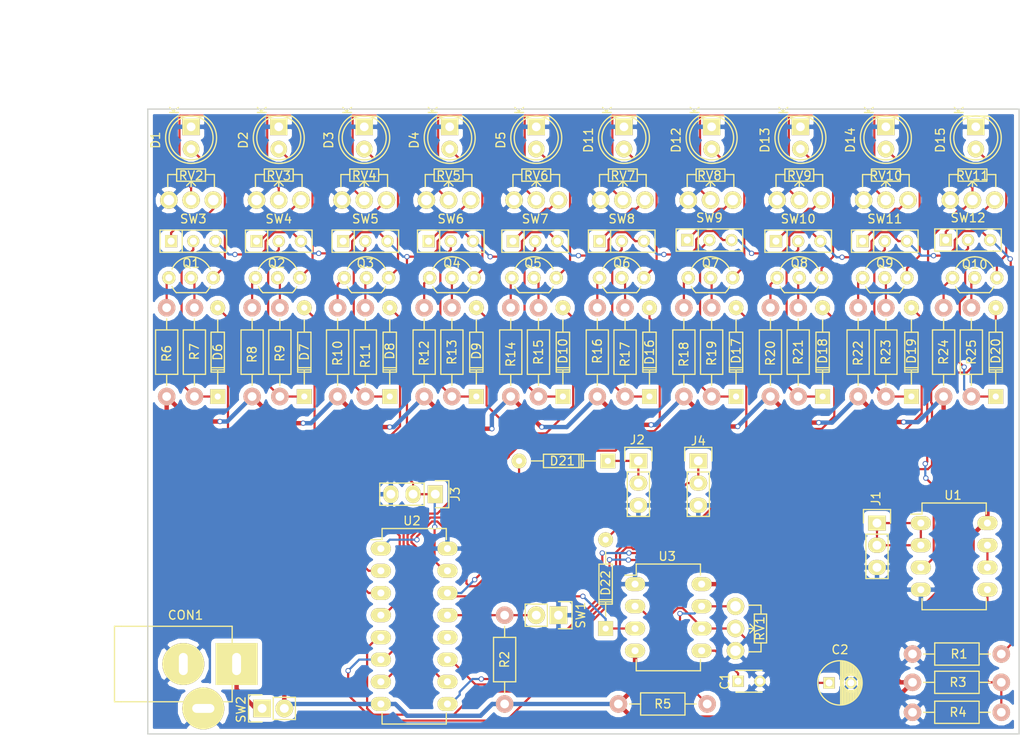
<source format=kicad_pcb>
(kicad_pcb (version 4) (host pcbnew 4.0.2-4+6225~38~ubuntu15.10.1-stable)
  (layers (0 F.Cu signal hide) (31 B.Cu signal) (34 B.Paste user) (35 F.Paste user) (36 B.SilkS user) (37 F.SilkS user) (38 B.Mask user) (39 F.Mask user) (44 Edge.Cuts user))
  (net 0 "")
  (net 1 "Net-(C1-Pad1)")
  (net 2 GND)
  (net 3 "Net-(C2-Pad1)")
  (net 4 "Net-(CON1-Pad1)")
  (net 5 "Net-(D1-Pad2)")
  (net 6 "Net-(D2-Pad2)")
  (net 7 "Net-(D3-Pad2)")
  (net 8 "Net-(D4-Pad2)")
  (net 9 "Net-(D5-Pad2)")
  (net 10 /Steps/STEP-IN-1)
  (net 11 "Net-(D6-Pad1)")
  (net 12 /Steps/STEP-IN-2)
  (net 13 "Net-(D7-Pad1)")
  (net 14 /Steps/STEP-IN-3)
  (net 15 "Net-(D8-Pad1)")
  (net 16 /Steps/STEP-IN-4)
  (net 17 "Net-(D9-Pad1)")
  (net 18 /Steps/STEP-IN-5)
  (net 19 "Net-(D10-Pad1)")
  (net 20 "Net-(D11-Pad2)")
  (net 21 "Net-(D12-Pad2)")
  (net 22 "Net-(D13-Pad2)")
  (net 23 "Net-(D14-Pad2)")
  (net 24 "Net-(D15-Pad2)")
  (net 25 /Steps/STEP-IN-6)
  (net 26 "Net-(D16-Pad1)")
  (net 27 /Steps/STEP-IN-7)
  (net 28 "Net-(D17-Pad1)")
  (net 29 /Steps/STEP-IN-8)
  (net 30 "Net-(D18-Pad1)")
  (net 31 /Steps/STEP-IN-9)
  (net 32 "Net-(D19-Pad1)")
  (net 33 /Steps/STEP-IN-10)
  (net 34 "Net-(D20-Pad1)")
  (net 35 "Net-(J1-Pad1)")
  (net 36 /ClockGenerator/CLOCK)
  (net 37 /Steps/RESET)
  (net 38 "Net-(Q1-Pad2)")
  (net 39 "Net-(Q1-Pad1)")
  (net 40 "Net-(Q2-Pad2)")
  (net 41 "Net-(Q2-Pad1)")
  (net 42 "Net-(Q3-Pad2)")
  (net 43 "Net-(Q3-Pad1)")
  (net 44 "Net-(Q4-Pad2)")
  (net 45 "Net-(Q4-Pad1)")
  (net 46 "Net-(Q5-Pad2)")
  (net 47 "Net-(Q5-Pad1)")
  (net 48 "Net-(Q6-Pad2)")
  (net 49 "Net-(Q6-Pad1)")
  (net 50 "Net-(Q7-Pad2)")
  (net 51 "Net-(Q7-Pad1)")
  (net 52 "Net-(Q8-Pad2)")
  (net 53 "Net-(Q8-Pad1)")
  (net 54 "Net-(Q9-Pad2)")
  (net 55 "Net-(Q9-Pad1)")
  (net 56 "Net-(Q10-Pad2)")
  (net 57 "Net-(Q10-Pad1)")
  (net 58 VCC)
  (net 59 /ENABLE)
  (net 60 "Net-(R3-Pad2)")
  (net 61 "Net-(R5-Pad2)")
  (net 62 /Steps/CV-OUT-1)
  (net 63 "Net-(RV2-Pad3)")
  (net 64 "Net-(RV3-Pad3)")
  (net 65 "Net-(RV4-Pad3)")
  (net 66 "Net-(RV5-Pad3)")
  (net 67 "Net-(RV6-Pad3)")
  (net 68 "Net-(RV7-Pad3)")
  (net 69 "Net-(RV8-Pad3)")
  (net 70 "Net-(RV9-Pad3)")
  (net 71 "Net-(RV10-Pad3)")
  (net 72 "Net-(RV11-Pad3)")
  (net 73 "Net-(U1-Pad6)")
  (net 74 "Net-(U2-Pad12)")
  (net 75 "Net-(D21-Pad1)")
  (net 76 "Net-(D22-Pad2)")
  (module Capacitors_ThroughHole:C_Disc_D3_P2.5 (layer F.Cu) (at 159.8695 124.3965)
    (fp_text reference C1 (at -1.524 0 90) (layer F.SilkS))
    (fp_text value 10nF)
    (pad 1 thru_hole rect (at 0 0) (size 1.3 1.3) (drill 0.8) (layers *.Cu *.Mask F.SilkS) (net 1 "Net-(C1-Pad1)"))
    (pad 2 thru_hole circle (at 2.5 0) (size 1.3 1.3) (drill 0.8001) (layers *.Cu *.Mask F.SilkS) (net 2 GND))
  )
  (module Capacitors_ThroughHole:C_Radial_D5_L6_P2.5 (layer F.Cu) (at 170.2835 124.587)
    (fp_text reference C2 (at 1.25 -3.8) (layer F.SilkS))
    (fp_text value 2.2uF)
    (pad 1 thru_hole rect (at 0 0) (size 1.3 1.3) (drill 0.8) (layers *.Cu *.Mask F.SilkS) (net 3 "Net-(C2-Pad1)"))
    (pad 2 thru_hole circle (at 2.5 0) (size 1.3 1.3) (drill 0.8) (layers *.Cu *.Mask F.SilkS) (net 2 GND))
  )
  (module Connect:JACK_ALIM (layer F.Cu) (at 96.393 122.428)
    (fp_text reference CON1 (at 0.254 -5.588) (layer F.SilkS))
    (fp_text value BARREL_JACK)
    (pad 2 thru_hole circle (at 0 0) (size 4.8006 4.8006) (drill oval 1.016 2.54) (layers *.Cu *.Mask F.SilkS) (net 2 GND))
    (pad 1 thru_hole rect (at 6.096 0) (size 4.8006 4.8006) (drill oval 1.016 2.54) (layers *.Cu *.Mask F.SilkS) (net 4 "Net-(CON1-Pad1)"))
    (pad 3 thru_hole circle (at 2.286 5.08) (size 4.8006 4.8006) (drill oval 2.54 1.016) (layers *.Cu *.Mask F.SilkS) (net 2 GND))
  )
  (module LEDs:LED-5MM (layer F.Cu) (at 97.282 60.96 270)
    (fp_text reference D1 (at 1.524 4.064 270) (layer F.SilkS))
    (fp_text value LED)
    (fp_text user K (at -1.905 1.905 270) (layer F.SilkS))
    (pad 1 thru_hole rect (at 0 0) (size 2 1.9) (drill 1.00076) (layers *.Cu *.Mask F.SilkS) (net 2 GND))
    (pad 2 thru_hole circle (at 2.54 0 270) (size 1.9 1.9) (drill 1.00076) (layers *.Cu *.Mask F.SilkS) (net 5 "Net-(D1-Pad2)"))
  )
  (module LEDs:LED-5MM (layer F.Cu) (at 107.315 60.96 270)
    (fp_text reference D2 (at 1.524 4.064 270) (layer F.SilkS))
    (fp_text value LED)
    (fp_text user K (at -1.905 1.905 270) (layer F.SilkS))
    (pad 1 thru_hole rect (at 0 0) (size 2 1.9) (drill 1.00076) (layers *.Cu *.Mask F.SilkS) (net 2 GND))
    (pad 2 thru_hole circle (at 2.54 0 270) (size 1.9 1.9) (drill 1.00076) (layers *.Cu *.Mask F.SilkS) (net 6 "Net-(D2-Pad2)"))
  )
  (module LEDs:LED-5MM (layer F.Cu) (at 117.094 60.96 270)
    (fp_text reference D3 (at 1.524 4.064 270) (layer F.SilkS))
    (fp_text value LED)
    (fp_text user K (at -1.905 1.905 270) (layer F.SilkS))
    (pad 1 thru_hole rect (at 0 0) (size 2 1.9) (drill 1.00076) (layers *.Cu *.Mask F.SilkS) (net 2 GND))
    (pad 2 thru_hole circle (at 2.54 0 270) (size 1.9 1.9) (drill 1.00076) (layers *.Cu *.Mask F.SilkS) (net 7 "Net-(D3-Pad2)"))
  )
  (module LEDs:LED-5MM (layer F.Cu) (at 126.873 60.96 270)
    (fp_text reference D4 (at 1.524 4.064 270) (layer F.SilkS))
    (fp_text value LED)
    (fp_text user K (at -1.905 1.905 270) (layer F.SilkS))
    (pad 1 thru_hole rect (at 0 0) (size 2 1.9) (drill 1.00076) (layers *.Cu *.Mask F.SilkS) (net 2 GND))
    (pad 2 thru_hole circle (at 2.54 0 270) (size 1.9 1.9) (drill 1.00076) (layers *.Cu *.Mask F.SilkS) (net 8 "Net-(D4-Pad2)"))
  )
  (module LEDs:LED-5MM (layer F.Cu) (at 136.779 60.96 270)
    (fp_text reference D5 (at 1.524 4.064 270) (layer F.SilkS))
    (fp_text value LED)
    (fp_text user K (at -1.905 1.905 270) (layer F.SilkS))
    (pad 1 thru_hole rect (at 0 0) (size 2 1.9) (drill 1.00076) (layers *.Cu *.Mask F.SilkS) (net 2 GND))
    (pad 2 thru_hole circle (at 2.54 0 270) (size 1.9 1.9) (drill 1.00076) (layers *.Cu *.Mask F.SilkS) (net 9 "Net-(D5-Pad2)"))
  )
  (module Diodes_ThroughHole:Diode_DO-35_SOD27_Horizontal_RM10 (layer F.Cu) (at 100.33254 91.82152 90)
    (fp_text reference D6 (at 5.08052 -0.00254 90) (layer F.SilkS))
    (fp_text value 1N914)
    (pad 2 thru_hole circle (at 10.16052 -0.00254 270) (size 1.69926 1.69926) (drill 0.70104) (layers *.Cu *.Mask F.SilkS) (net 10 /Steps/STEP-IN-1))
    (pad 1 thru_hole rect (at 0.00052 -0.00254 270) (size 1.69926 1.69926) (drill 0.70104) (layers *.Cu *.Mask F.SilkS) (net 11 "Net-(D6-Pad1)"))
  )
  (module Diodes_ThroughHole:Diode_DO-35_SOD27_Horizontal_RM10 (layer F.Cu) (at 110.23854 91.82152 90)
    (fp_text reference D7 (at 5.08052 -0.00254 90) (layer F.SilkS))
    (fp_text value 1N914)
    (pad 2 thru_hole circle (at 10.16052 -0.00254 270) (size 1.69926 1.69926) (drill 0.70104) (layers *.Cu *.Mask F.SilkS) (net 12 /Steps/STEP-IN-2))
    (pad 1 thru_hole rect (at 0.00052 -0.00254 270) (size 1.69926 1.69926) (drill 0.70104) (layers *.Cu *.Mask F.SilkS) (net 13 "Net-(D7-Pad1)"))
  )
  (module Diodes_ThroughHole:Diode_DO-35_SOD27_Horizontal_RM10 (layer F.Cu) (at 120.01754 91.82152 90)
    (fp_text reference D8 (at 5.20752 -0.00254 90) (layer F.SilkS))
    (fp_text value 1N914)
    (pad 2 thru_hole circle (at 10.16052 -0.00254 270) (size 1.69926 1.69926) (drill 0.70104) (layers *.Cu *.Mask F.SilkS) (net 14 /Steps/STEP-IN-3))
    (pad 1 thru_hole rect (at 0.00052 -0.00254 270) (size 1.69926 1.69926) (drill 0.70104) (layers *.Cu *.Mask F.SilkS) (net 15 "Net-(D8-Pad1)"))
  )
  (module Diodes_ThroughHole:Diode_DO-35_SOD27_Horizontal_RM10 (layer F.Cu) (at 129.92354 91.82152 90)
    (fp_text reference D9 (at 5.20752 -0.00254 90) (layer F.SilkS))
    (fp_text value 1N914)
    (pad 2 thru_hole circle (at 10.16052 -0.00254 270) (size 1.69926 1.69926) (drill 0.70104) (layers *.Cu *.Mask F.SilkS) (net 16 /Steps/STEP-IN-4))
    (pad 1 thru_hole rect (at 0.00052 -0.00254 270) (size 1.69926 1.69926) (drill 0.70104) (layers *.Cu *.Mask F.SilkS) (net 17 "Net-(D9-Pad1)"))
  )
  (module Diodes_ThroughHole:Diode_DO-35_SOD27_Horizontal_RM10 (layer F.Cu) (at 139.82954 91.82152 90)
    (fp_text reference D10 (at 5.20752 -0.00254 90) (layer F.SilkS))
    (fp_text value 1N914)
    (pad 2 thru_hole circle (at 10.16052 -0.00254 270) (size 1.69926 1.69926) (drill 0.70104) (layers *.Cu *.Mask F.SilkS) (net 18 /Steps/STEP-IN-5))
    (pad 1 thru_hole rect (at 0.00052 -0.00254 270) (size 1.69926 1.69926) (drill 0.70104) (layers *.Cu *.Mask F.SilkS) (net 19 "Net-(D10-Pad1)"))
  )
  (module LEDs:LED-5MM (layer F.Cu) (at 146.812 60.96 270)
    (fp_text reference D11 (at 1.524 4.064 270) (layer F.SilkS))
    (fp_text value LED)
    (fp_text user K (at -1.905 1.905 270) (layer F.SilkS))
    (pad 1 thru_hole rect (at 0 0) (size 2 1.9) (drill 1.00076) (layers *.Cu *.Mask F.SilkS) (net 2 GND))
    (pad 2 thru_hole circle (at 2.54 0 270) (size 1.9 1.9) (drill 1.00076) (layers *.Cu *.Mask F.SilkS) (net 20 "Net-(D11-Pad2)"))
  )
  (module LEDs:LED-5MM (layer F.Cu) (at 156.845 60.96 270)
    (fp_text reference D12 (at 1.524 4.064 270) (layer F.SilkS))
    (fp_text value LED)
    (fp_text user K (at -1.905 1.905 270) (layer F.SilkS))
    (pad 1 thru_hole rect (at 0 0) (size 2 1.9) (drill 1.00076) (layers *.Cu *.Mask F.SilkS) (net 2 GND))
    (pad 2 thru_hole circle (at 2.54 0 270) (size 1.9 1.9) (drill 1.00076) (layers *.Cu *.Mask F.SilkS) (net 21 "Net-(D12-Pad2)"))
  )
  (module LEDs:LED-5MM (layer F.Cu) (at 167.005 60.96 270)
    (fp_text reference D13 (at 1.524 4.064 270) (layer F.SilkS))
    (fp_text value LED)
    (fp_text user K (at -1.905 1.905 270) (layer F.SilkS))
    (pad 1 thru_hole rect (at 0 0) (size 2 1.9) (drill 1.00076) (layers *.Cu *.Mask F.SilkS) (net 2 GND))
    (pad 2 thru_hole circle (at 2.54 0 270) (size 1.9 1.9) (drill 1.00076) (layers *.Cu *.Mask F.SilkS) (net 22 "Net-(D13-Pad2)"))
  )
  (module LEDs:LED-5MM (layer F.Cu) (at 176.784 60.96 270)
    (fp_text reference D14 (at 1.524 4.064 270) (layer F.SilkS))
    (fp_text value LED)
    (fp_text user K (at -1.905 1.905 270) (layer F.SilkS))
    (pad 1 thru_hole rect (at 0 0) (size 2 1.9) (drill 1.00076) (layers *.Cu *.Mask F.SilkS) (net 2 GND))
    (pad 2 thru_hole circle (at 2.54 0 270) (size 1.9 1.9) (drill 1.00076) (layers *.Cu *.Mask F.SilkS) (net 23 "Net-(D14-Pad2)"))
  )
  (module LEDs:LED-5MM (layer F.Cu) (at 187.071 60.96 270)
    (fp_text reference D15 (at 1.524 4.064 270) (layer F.SilkS))
    (fp_text value LED)
    (fp_text user K (at -1.905 1.905 270) (layer F.SilkS))
    (pad 1 thru_hole rect (at 0 0) (size 2 1.9) (drill 1.00076) (layers *.Cu *.Mask F.SilkS) (net 2 GND))
    (pad 2 thru_hole circle (at 2.54 0 270) (size 1.9 1.9) (drill 1.00076) (layers *.Cu *.Mask F.SilkS) (net 24 "Net-(D15-Pad2)"))
  )
  (module Diodes_ThroughHole:Diode_DO-35_SOD27_Horizontal_RM10 (layer F.Cu) (at 149.73554 91.82152 90)
    (fp_text reference D16 (at 5.08052 -0.00254 90) (layer F.SilkS))
    (fp_text value 1N914)
    (pad 2 thru_hole circle (at 10.16052 -0.00254 270) (size 1.69926 1.69926) (drill 0.70104) (layers *.Cu *.Mask F.SilkS) (net 25 /Steps/STEP-IN-6))
    (pad 1 thru_hole rect (at 0.00052 -0.00254 270) (size 1.69926 1.69926) (drill 0.70104) (layers *.Cu *.Mask F.SilkS) (net 26 "Net-(D16-Pad1)"))
  )
  (module Diodes_ThroughHole:Diode_DO-35_SOD27_Horizontal_RM10 (layer F.Cu) (at 159.64154 91.82152 90)
    (fp_text reference D17 (at 5.20752 -0.00254 90) (layer F.SilkS))
    (fp_text value 1N914)
    (pad 2 thru_hole circle (at 10.16052 -0.00254 270) (size 1.69926 1.69926) (drill 0.70104) (layers *.Cu *.Mask F.SilkS) (net 27 /Steps/STEP-IN-7))
    (pad 1 thru_hole rect (at 0.00052 -0.00254 270) (size 1.69926 1.69926) (drill 0.70104) (layers *.Cu *.Mask F.SilkS) (net 28 "Net-(D17-Pad1)"))
  )
  (module Diodes_ThroughHole:Diode_DO-35_SOD27_Horizontal_RM10 (layer F.Cu) (at 169.54754 91.82152 90)
    (fp_text reference D18 (at 5.20752 -0.00254 90) (layer F.SilkS))
    (fp_text value 1N914)
    (pad 2 thru_hole circle (at 10.16052 -0.00254 270) (size 1.69926 1.69926) (drill 0.70104) (layers *.Cu *.Mask F.SilkS) (net 29 /Steps/STEP-IN-8))
    (pad 1 thru_hole rect (at 0.00052 -0.00254 270) (size 1.69926 1.69926) (drill 0.70104) (layers *.Cu *.Mask F.SilkS) (net 30 "Net-(D18-Pad1)"))
  )
  (module Diodes_ThroughHole:Diode_DO-35_SOD27_Horizontal_RM10 (layer F.Cu) (at 179.70754 91.82152 90)
    (fp_text reference D19 (at 5.20752 -0.00254 90) (layer F.SilkS))
    (fp_text value 1N914)
    (pad 2 thru_hole circle (at 10.16052 -0.00254 270) (size 1.69926 1.69926) (drill 0.70104) (layers *.Cu *.Mask F.SilkS) (net 31 /Steps/STEP-IN-9))
    (pad 1 thru_hole rect (at 0.00052 -0.00254 270) (size 1.69926 1.69926) (drill 0.70104) (layers *.Cu *.Mask F.SilkS) (net 32 "Net-(D19-Pad1)"))
  )
  (module Diodes_ThroughHole:Diode_DO-35_SOD27_Horizontal_RM10 (layer F.Cu) (at 189.35954 91.82152 90)
    (fp_text reference D20 (at 5.20752 -0.00254 90) (layer F.SilkS))
    (fp_text value 1N914)
    (pad 2 thru_hole circle (at 10.16052 -0.00254 270) (size 1.69926 1.69926) (drill 0.70104) (layers *.Cu *.Mask F.SilkS) (net 33 /Steps/STEP-IN-10))
    (pad 1 thru_hole rect (at 0.00052 -0.00254 270) (size 1.69926 1.69926) (drill 0.70104) (layers *.Cu *.Mask F.SilkS) (net 34 "Net-(D20-Pad1)"))
  )
  (module Socket_Strips:Socket_Strip_Straight_1x03 (layer F.Cu) (at 175.768 106.299 270)
    (fp_text reference J1 (at -2.794 0.127 270) (layer F.SilkS))
    (fp_text value JACK_2P)
    (pad 1 thru_hole rect (at 0 0 270) (size 1.7272 2.032) (drill 1.016) (layers *.Cu *.Mask F.SilkS) (net 35 "Net-(J1-Pad1)"))
    (pad 2 thru_hole oval (at 2.54 0 270) (size 1.7272 2.032) (drill 1.016) (layers *.Cu *.Mask F.SilkS) (net 35 "Net-(J1-Pad1)"))
    (pad 3 thru_hole oval (at 5.08 0 270) (size 1.7272 2.032) (drill 1.016) (layers *.Cu *.Mask F.SilkS) (net 2 GND))
  )
  (module Socket_Strips:Socket_Strip_Straight_1x03 (layer F.Cu) (at 148.463 99.187 270)
    (fp_text reference J2 (at -2.413 0.127 360) (layer F.SilkS))
    (fp_text value JACK_2P)
    (pad 1 thru_hole rect (at 0 0 270) (size 1.7272 2.032) (drill 1.016) (layers *.Cu *.Mask F.SilkS) (net 75 "Net-(D21-Pad1)"))
    (pad 2 thru_hole oval (at 2.54 0 270) (size 1.7272 2.032) (drill 1.016) (layers *.Cu *.Mask F.SilkS) (net 75 "Net-(D21-Pad1)"))
    (pad 3 thru_hole oval (at 5.08 0 270) (size 1.7272 2.032) (drill 1.016) (layers *.Cu *.Mask F.SilkS) (net 2 GND))
  )
  (module Socket_Strips:Socket_Strip_Straight_1x03 (layer F.Cu) (at 125.222 102.997 180)
    (fp_text reference J3 (at -2.286 0 270) (layer F.SilkS))
    (fp_text value JACK_2P)
    (pad 1 thru_hole rect (at 0 0 180) (size 1.7272 2.032) (drill 1.016) (layers *.Cu *.Mask F.SilkS) (net 37 /Steps/RESET))
    (pad 2 thru_hole oval (at 2.54 0 180) (size 1.7272 2.032) (drill 1.016) (layers *.Cu *.Mask F.SilkS) (net 37 /Steps/RESET))
    (pad 3 thru_hole oval (at 5.08 0 180) (size 1.7272 2.032) (drill 1.016) (layers *.Cu *.Mask F.SilkS) (net 2 GND))
  )
  (module TO_SOT_Packages_THT:TO-92_Inline_Wide (layer F.Cu) (at 94.742 78.232)
    (fp_text reference Q1 (at 2.54 -1.651 180) (layer F.SilkS))
    (fp_text value BC547)
    (pad 2 thru_hole circle (at 2.54 0 90) (size 1.524 1.524) (drill 0.8) (layers *.Cu *.Mask F.SilkS) (net 38 "Net-(Q1-Pad2)"))
    (pad 3 thru_hole circle (at 5.08 0 90) (size 1.524 1.524) (drill 0.8) (layers *.Cu *.Mask F.SilkS) (net 5 "Net-(D1-Pad2)"))
    (pad 1 thru_hole circle (at 0 0 90) (size 1.524 1.524) (drill 0.8) (layers *.Cu *.Mask F.SilkS) (net 39 "Net-(Q1-Pad1)"))
  )
  (module TO_SOT_Packages_THT:TO-92_Inline_Wide (layer F.Cu) (at 104.648 78.232)
    (fp_text reference Q2 (at 2.413 -1.651 180) (layer F.SilkS))
    (fp_text value BC547)
    (pad 2 thru_hole circle (at 2.54 0 90) (size 1.524 1.524) (drill 0.8) (layers *.Cu *.Mask F.SilkS) (net 40 "Net-(Q2-Pad2)"))
    (pad 3 thru_hole circle (at 5.08 0 90) (size 1.524 1.524) (drill 0.8) (layers *.Cu *.Mask F.SilkS) (net 6 "Net-(D2-Pad2)"))
    (pad 1 thru_hole circle (at 0 0 90) (size 1.524 1.524) (drill 0.8) (layers *.Cu *.Mask F.SilkS) (net 41 "Net-(Q2-Pad1)"))
  )
  (module TO_SOT_Packages_THT:TO-92_Inline_Wide (layer F.Cu) (at 114.808 78.232)
    (fp_text reference Q3 (at 2.413 -1.651 180) (layer F.SilkS))
    (fp_text value BC547)
    (pad 2 thru_hole circle (at 2.54 0 90) (size 1.524 1.524) (drill 0.8) (layers *.Cu *.Mask F.SilkS) (net 42 "Net-(Q3-Pad2)"))
    (pad 3 thru_hole circle (at 5.08 0 90) (size 1.524 1.524) (drill 0.8) (layers *.Cu *.Mask F.SilkS) (net 7 "Net-(D3-Pad2)"))
    (pad 1 thru_hole circle (at 0 0 90) (size 1.524 1.524) (drill 0.8) (layers *.Cu *.Mask F.SilkS) (net 43 "Net-(Q3-Pad1)"))
  )
  (module TO_SOT_Packages_THT:TO-92_Inline_Wide (layer F.Cu) (at 124.587 78.232)
    (fp_text reference Q4 (at 2.54 -1.651 180) (layer F.SilkS))
    (fp_text value BC547)
    (pad 2 thru_hole circle (at 2.54 0 90) (size 1.524 1.524) (drill 0.8) (layers *.Cu *.Mask F.SilkS) (net 44 "Net-(Q4-Pad2)"))
    (pad 3 thru_hole circle (at 5.08 0 90) (size 1.524 1.524) (drill 0.8) (layers *.Cu *.Mask F.SilkS) (net 8 "Net-(D4-Pad2)"))
    (pad 1 thru_hole circle (at 0 0 90) (size 1.524 1.524) (drill 0.8) (layers *.Cu *.Mask F.SilkS) (net 45 "Net-(Q4-Pad1)"))
  )
  (module TO_SOT_Packages_THT:TO-92_Inline_Wide (layer F.Cu) (at 133.985 78.232)
    (fp_text reference Q5 (at 2.413 -1.651 180) (layer F.SilkS))
    (fp_text value BC547)
    (pad 2 thru_hole circle (at 2.54 0 90) (size 1.524 1.524) (drill 0.8) (layers *.Cu *.Mask F.SilkS) (net 46 "Net-(Q5-Pad2)"))
    (pad 3 thru_hole circle (at 5.08 0 90) (size 1.524 1.524) (drill 0.8) (layers *.Cu *.Mask F.SilkS) (net 9 "Net-(D5-Pad2)"))
    (pad 1 thru_hole circle (at 0 0 90) (size 1.524 1.524) (drill 0.8) (layers *.Cu *.Mask F.SilkS) (net 47 "Net-(Q5-Pad1)"))
  )
  (module TO_SOT_Packages_THT:TO-92_Inline_Wide (layer F.Cu) (at 144.018 78.232)
    (fp_text reference Q6 (at 2.54 -1.651 180) (layer F.SilkS))
    (fp_text value BC547)
    (pad 2 thru_hole circle (at 2.54 0 90) (size 1.524 1.524) (drill 0.8) (layers *.Cu *.Mask F.SilkS) (net 48 "Net-(Q6-Pad2)"))
    (pad 3 thru_hole circle (at 5.08 0 90) (size 1.524 1.524) (drill 0.8) (layers *.Cu *.Mask F.SilkS) (net 20 "Net-(D11-Pad2)"))
    (pad 1 thru_hole circle (at 0 0 90) (size 1.524 1.524) (drill 0.8) (layers *.Cu *.Mask F.SilkS) (net 49 "Net-(Q6-Pad1)"))
  )
  (module TO_SOT_Packages_THT:TO-92_Inline_Wide (layer F.Cu) (at 154.178 78.232)
    (fp_text reference Q7 (at 2.54 -1.651 180) (layer F.SilkS))
    (fp_text value BC547)
    (pad 2 thru_hole circle (at 2.54 0 90) (size 1.524 1.524) (drill 0.8) (layers *.Cu *.Mask F.SilkS) (net 50 "Net-(Q7-Pad2)"))
    (pad 3 thru_hole circle (at 5.08 0 90) (size 1.524 1.524) (drill 0.8) (layers *.Cu *.Mask F.SilkS) (net 21 "Net-(D12-Pad2)"))
    (pad 1 thru_hole circle (at 0 0 90) (size 1.524 1.524) (drill 0.8) (layers *.Cu *.Mask F.SilkS) (net 51 "Net-(Q7-Pad1)"))
  )
  (module TO_SOT_Packages_THT:TO-92_Inline_Wide (layer F.Cu) (at 164.338 78.232)
    (fp_text reference Q8 (at 2.54 -1.651 180) (layer F.SilkS))
    (fp_text value BC547)
    (pad 2 thru_hole circle (at 2.54 0 90) (size 1.524 1.524) (drill 0.8) (layers *.Cu *.Mask F.SilkS) (net 52 "Net-(Q8-Pad2)"))
    (pad 3 thru_hole circle (at 5.08 0 90) (size 1.524 1.524) (drill 0.8) (layers *.Cu *.Mask F.SilkS) (net 22 "Net-(D13-Pad2)"))
    (pad 1 thru_hole circle (at 0 0 90) (size 1.524 1.524) (drill 0.8) (layers *.Cu *.Mask F.SilkS) (net 53 "Net-(Q8-Pad1)"))
  )
  (module TO_SOT_Packages_THT:TO-92_Inline_Wide (layer F.Cu) (at 174.117 78.232)
    (fp_text reference Q9 (at 2.54 -1.651 180) (layer F.SilkS))
    (fp_text value BC547)
    (pad 2 thru_hole circle (at 2.54 0 90) (size 1.524 1.524) (drill 0.8) (layers *.Cu *.Mask F.SilkS) (net 54 "Net-(Q9-Pad2)"))
    (pad 3 thru_hole circle (at 5.08 0 90) (size 1.524 1.524) (drill 0.8) (layers *.Cu *.Mask F.SilkS) (net 23 "Net-(D14-Pad2)"))
    (pad 1 thru_hole circle (at 0 0 90) (size 1.524 1.524) (drill 0.8) (layers *.Cu *.Mask F.SilkS) (net 55 "Net-(Q9-Pad1)"))
  )
  (module TO_SOT_Packages_THT:TO-92_Inline_Wide (layer F.Cu) (at 184.404 78.232)
    (fp_text reference Q10 (at 2.54 -1.524 180) (layer F.SilkS))
    (fp_text value BC547)
    (pad 2 thru_hole circle (at 2.54 0 90) (size 1.524 1.524) (drill 0.8) (layers *.Cu *.Mask F.SilkS) (net 56 "Net-(Q10-Pad2)"))
    (pad 3 thru_hole circle (at 5.08 0 90) (size 1.524 1.524) (drill 0.8) (layers *.Cu *.Mask F.SilkS) (net 24 "Net-(D15-Pad2)"))
    (pad 1 thru_hole circle (at 0 0 90) (size 1.524 1.524) (drill 0.8) (layers *.Cu *.Mask F.SilkS) (net 57 "Net-(Q10-Pad1)"))
  )
  (module Resistors_ThroughHole:Resistor_Horizontal_RM10mm (layer F.Cu) (at 179.832 121.285)
    (fp_text reference R1 (at 5.32892 0) (layer F.SilkS))
    (fp_text value 10K)
    (pad 1 thru_hole circle (at 0 0) (size 1.99898 1.99898) (drill 1.00076) (layers *.Cu *.SilkS *.Mask) (net 2 GND))
    (pad 2 thru_hole circle (at 10.16 0) (size 1.99898 1.99898) (drill 1.00076) (layers *.Cu *.SilkS *.Mask) (net 37 /Steps/RESET))
  )
  (module Resistors_ThroughHole:Resistor_Horizontal_RM10mm (layer F.Cu) (at 133.1595 127 90)
    (fp_text reference R2 (at 5.08 0 90) (layer F.SilkS))
    (fp_text value 10K)
    (pad 1 thru_hole circle (at 0 0 90) (size 1.99898 1.99898) (drill 1.00076) (layers *.Cu *.SilkS *.Mask) (net 58 VCC))
    (pad 2 thru_hole circle (at 10.16 0 90) (size 1.99898 1.99898) (drill 1.00076) (layers *.Cu *.SilkS *.Mask) (net 59 /ENABLE))
  )
  (module Resistors_ThroughHole:Resistor_Horizontal_RM10mm (layer F.Cu) (at 179.832 124.5235)
    (fp_text reference R3 (at 5.207 0) (layer F.SilkS))
    (fp_text value 10K)
    (pad 1 thru_hole circle (at 0 0) (size 1.99898 1.99898) (drill 1.00076) (layers *.Cu *.SilkS *.Mask) (net 58 VCC))
    (pad 2 thru_hole circle (at 10.16 0) (size 1.99898 1.99898) (drill 1.00076) (layers *.Cu *.SilkS *.Mask) (net 60 "Net-(R3-Pad2)"))
  )
  (module Resistors_ThroughHole:Resistor_Horizontal_RM10mm (layer F.Cu) (at 189.992 127.9525 180)
    (fp_text reference R4 (at 4.953 0 180) (layer F.SilkS))
    (fp_text value 10K)
    (pad 1 thru_hole circle (at 0 0 180) (size 1.99898 1.99898) (drill 1.00076) (layers *.Cu *.SilkS *.Mask) (net 60 "Net-(R3-Pad2)"))
    (pad 2 thru_hole circle (at 10.16 0 180) (size 1.99898 1.99898) (drill 1.00076) (layers *.Cu *.SilkS *.Mask) (net 2 GND))
  )
  (module Resistors_ThroughHole:Resistor_Horizontal_RM10mm (layer F.Cu) (at 146.177 127)
    (fp_text reference R5 (at 5.08 0) (layer F.SilkS))
    (fp_text value 10K)
    (pad 1 thru_hole circle (at 0 0) (size 1.99898 1.99898) (drill 1.00076) (layers *.Cu *.SilkS *.Mask) (net 58 VCC))
    (pad 2 thru_hole circle (at 10.16 0) (size 1.99898 1.99898) (drill 1.00076) (layers *.Cu *.SilkS *.Mask) (net 61 "Net-(R5-Pad2)"))
  )
  (module Resistors_ThroughHole:Resistor_Horizontal_RM10mm (layer F.Cu) (at 94.488 81.661 270)
    (fp_text reference R6 (at 5.2324 0 270) (layer F.SilkS))
    (fp_text value 680)
    (pad 1 thru_hole circle (at 0 0 270) (size 1.99898 1.99898) (drill 1.00076) (layers *.Cu *.SilkS *.Mask) (net 39 "Net-(Q1-Pad1)"))
    (pad 2 thru_hole circle (at 10.16 0 270) (size 1.99898 1.99898) (drill 1.00076) (layers *.Cu *.SilkS *.Mask) (net 58 VCC))
  )
  (module Resistors_ThroughHole:Resistor_Horizontal_RM10mm (layer F.Cu) (at 97.663 81.661 270)
    (fp_text reference R7 (at 5.0292 0 270) (layer F.SilkS))
    (fp_text value 100K)
    (pad 1 thru_hole circle (at 0 0 270) (size 1.99898 1.99898) (drill 1.00076) (layers *.Cu *.SilkS *.Mask) (net 38 "Net-(Q1-Pad2)"))
    (pad 2 thru_hole circle (at 10.16 0 270) (size 1.99898 1.99898) (drill 1.00076) (layers *.Cu *.SilkS *.Mask) (net 11 "Net-(D6-Pad1)"))
  )
  (module Resistors_ThroughHole:Resistor_Horizontal_RM10mm (layer F.Cu) (at 104.267 81.661 270)
    (fp_text reference R8 (at 5.334 0 270) (layer F.SilkS))
    (fp_text value 680)
    (pad 1 thru_hole circle (at 0 0 270) (size 1.99898 1.99898) (drill 1.00076) (layers *.Cu *.SilkS *.Mask) (net 41 "Net-(Q2-Pad1)"))
    (pad 2 thru_hole circle (at 10.16 0 270) (size 1.99898 1.99898) (drill 1.00076) (layers *.Cu *.SilkS *.Mask) (net 58 VCC))
  )
  (module Resistors_ThroughHole:Resistor_Horizontal_RM10mm (layer F.Cu) (at 107.442 81.661 270)
    (fp_text reference R9 (at 5.207 0 270) (layer F.SilkS))
    (fp_text value 100K)
    (pad 1 thru_hole circle (at 0 0 270) (size 1.99898 1.99898) (drill 1.00076) (layers *.Cu *.SilkS *.Mask) (net 40 "Net-(Q2-Pad2)"))
    (pad 2 thru_hole circle (at 10.16 0 270) (size 1.99898 1.99898) (drill 1.00076) (layers *.Cu *.SilkS *.Mask) (net 13 "Net-(D7-Pad1)"))
  )
  (module Resistors_ThroughHole:Resistor_Horizontal_RM10mm (layer F.Cu) (at 114.046 81.661 270)
    (fp_text reference R10 (at 5.207 0 270) (layer F.SilkS))
    (fp_text value 680)
    (pad 1 thru_hole circle (at 0 0 270) (size 1.99898 1.99898) (drill 1.00076) (layers *.Cu *.SilkS *.Mask) (net 43 "Net-(Q3-Pad1)"))
    (pad 2 thru_hole circle (at 10.16 0 270) (size 1.99898 1.99898) (drill 1.00076) (layers *.Cu *.SilkS *.Mask) (net 58 VCC))
  )
  (module Resistors_ThroughHole:Resistor_Horizontal_RM10mm (layer F.Cu) (at 117.221 81.661 270)
    (fp_text reference R11 (at 5.461 0 270) (layer F.SilkS))
    (fp_text value 100K)
    (pad 1 thru_hole circle (at 0 0 270) (size 1.99898 1.99898) (drill 1.00076) (layers *.Cu *.SilkS *.Mask) (net 42 "Net-(Q3-Pad2)"))
    (pad 2 thru_hole circle (at 10.16 0 270) (size 1.99898 1.99898) (drill 1.00076) (layers *.Cu *.SilkS *.Mask) (net 15 "Net-(D8-Pad1)"))
  )
  (module Resistors_ThroughHole:Resistor_Horizontal_RM10mm (layer F.Cu) (at 123.952 81.661 270)
    (fp_text reference R12 (at 5.207 0 270) (layer F.SilkS))
    (fp_text value 680)
    (pad 1 thru_hole circle (at 0 0 270) (size 1.99898 1.99898) (drill 1.00076) (layers *.Cu *.SilkS *.Mask) (net 45 "Net-(Q4-Pad1)"))
    (pad 2 thru_hole circle (at 10.16 0 270) (size 1.99898 1.99898) (drill 1.00076) (layers *.Cu *.SilkS *.Mask) (net 58 VCC))
  )
  (module Resistors_ThroughHole:Resistor_Horizontal_RM10mm (layer F.Cu) (at 127.127 81.661 270)
    (fp_text reference R13 (at 5.08 0 270) (layer F.SilkS))
    (fp_text value 100K)
    (pad 1 thru_hole circle (at 0 0 270) (size 1.99898 1.99898) (drill 1.00076) (layers *.Cu *.SilkS *.Mask) (net 44 "Net-(Q4-Pad2)"))
    (pad 2 thru_hole circle (at 10.16 0 270) (size 1.99898 1.99898) (drill 1.00076) (layers *.Cu *.SilkS *.Mask) (net 17 "Net-(D9-Pad1)"))
  )
  (module Resistors_ThroughHole:Resistor_Horizontal_RM10mm (layer F.Cu) (at 133.858 81.661 270)
    (fp_text reference R14 (at 5.334 0 270) (layer F.SilkS))
    (fp_text value 680)
    (pad 1 thru_hole circle (at 0 0 270) (size 1.99898 1.99898) (drill 1.00076) (layers *.Cu *.SilkS *.Mask) (net 47 "Net-(Q5-Pad1)"))
    (pad 2 thru_hole circle (at 10.16 0 270) (size 1.99898 1.99898) (drill 1.00076) (layers *.Cu *.SilkS *.Mask) (net 58 VCC))
  )
  (module Resistors_ThroughHole:Resistor_Horizontal_RM10mm (layer F.Cu) (at 137.033 81.661 270)
    (fp_text reference R15 (at 5.08 0 270) (layer F.SilkS))
    (fp_text value 100K)
    (pad 1 thru_hole circle (at 0 0 270) (size 1.99898 1.99898) (drill 1.00076) (layers *.Cu *.SilkS *.Mask) (net 46 "Net-(Q5-Pad2)"))
    (pad 2 thru_hole circle (at 10.16 0 270) (size 1.99898 1.99898) (drill 1.00076) (layers *.Cu *.SilkS *.Mask) (net 19 "Net-(D10-Pad1)"))
  )
  (module Resistors_ThroughHole:Resistor_Horizontal_RM10mm (layer F.Cu) (at 143.764 81.661 270)
    (fp_text reference R16 (at 4.953 0 270) (layer F.SilkS))
    (fp_text value 680)
    (pad 1 thru_hole circle (at 0 0 270) (size 1.99898 1.99898) (drill 1.00076) (layers *.Cu *.SilkS *.Mask) (net 49 "Net-(Q6-Pad1)"))
    (pad 2 thru_hole circle (at 10.16 0 270) (size 1.99898 1.99898) (drill 1.00076) (layers *.Cu *.SilkS *.Mask) (net 58 VCC))
  )
  (module Resistors_ThroughHole:Resistor_Horizontal_RM10mm (layer F.Cu) (at 146.939 81.661 270)
    (fp_text reference R17 (at 5.334 0 270) (layer F.SilkS))
    (fp_text value 100K)
    (pad 1 thru_hole circle (at 0 0 270) (size 1.99898 1.99898) (drill 1.00076) (layers *.Cu *.SilkS *.Mask) (net 48 "Net-(Q6-Pad2)"))
    (pad 2 thru_hole circle (at 10.16 0 270) (size 1.99898 1.99898) (drill 1.00076) (layers *.Cu *.SilkS *.Mask) (net 26 "Net-(D16-Pad1)"))
  )
  (module Resistors_ThroughHole:Resistor_Horizontal_RM10mm (layer F.Cu) (at 153.67 81.661 270)
    (fp_text reference R18 (at 5.32892 0 270) (layer F.SilkS))
    (fp_text value 680)
    (pad 1 thru_hole circle (at 0 0 270) (size 1.99898 1.99898) (drill 1.00076) (layers *.Cu *.SilkS *.Mask) (net 51 "Net-(Q7-Pad1)"))
    (pad 2 thru_hole circle (at 10.16 0 270) (size 1.99898 1.99898) (drill 1.00076) (layers *.Cu *.SilkS *.Mask) (net 58 VCC))
  )
  (module Resistors_ThroughHole:Resistor_Horizontal_RM10mm (layer F.Cu) (at 156.845 81.661 270)
    (fp_text reference R19 (at 5.207 0 270) (layer F.SilkS))
    (fp_text value 100K)
    (pad 1 thru_hole circle (at 0 0 270) (size 1.99898 1.99898) (drill 1.00076) (layers *.Cu *.SilkS *.Mask) (net 50 "Net-(Q7-Pad2)"))
    (pad 2 thru_hole circle (at 10.16 0 270) (size 1.99898 1.99898) (drill 1.00076) (layers *.Cu *.SilkS *.Mask) (net 28 "Net-(D17-Pad1)"))
  )
  (module Resistors_ThroughHole:Resistor_Horizontal_RM10mm (layer F.Cu) (at 163.576 81.661 270)
    (fp_text reference R20 (at 5.207 0 270) (layer F.SilkS))
    (fp_text value 680)
    (pad 1 thru_hole circle (at 0 0 270) (size 1.99898 1.99898) (drill 1.00076) (layers *.Cu *.SilkS *.Mask) (net 53 "Net-(Q8-Pad1)"))
    (pad 2 thru_hole circle (at 10.16 0 270) (size 1.99898 1.99898) (drill 1.00076) (layers *.Cu *.SilkS *.Mask) (net 58 VCC))
  )
  (module Resistors_ThroughHole:Resistor_Horizontal_RM10mm (layer F.Cu) (at 166.751 81.661 270)
    (fp_text reference R21 (at 5.08 0 270) (layer F.SilkS))
    (fp_text value 100K)
    (pad 1 thru_hole circle (at 0 0 270) (size 1.99898 1.99898) (drill 1.00076) (layers *.Cu *.SilkS *.Mask) (net 52 "Net-(Q8-Pad2)"))
    (pad 2 thru_hole circle (at 10.16 0 270) (size 1.99898 1.99898) (drill 1.00076) (layers *.Cu *.SilkS *.Mask) (net 30 "Net-(D18-Pad1)"))
  )
  (module Resistors_ThroughHole:Resistor_Horizontal_RM10mm (layer F.Cu) (at 173.609 81.661 270)
    (fp_text reference R22 (at 5.207 0 270) (layer F.SilkS))
    (fp_text value 680)
    (pad 1 thru_hole circle (at 0 0 270) (size 1.99898 1.99898) (drill 1.00076) (layers *.Cu *.SilkS *.Mask) (net 55 "Net-(Q9-Pad1)"))
    (pad 2 thru_hole circle (at 10.16 0 270) (size 1.99898 1.99898) (drill 1.00076) (layers *.Cu *.SilkS *.Mask) (net 58 VCC))
  )
  (module Resistors_ThroughHole:Resistor_Horizontal_RM10mm (layer F.Cu) (at 176.784 81.661 270)
    (fp_text reference R23 (at 5.08 0 270) (layer F.SilkS))
    (fp_text value 100K)
    (pad 1 thru_hole circle (at 0 0 270) (size 1.99898 1.99898) (drill 1.00076) (layers *.Cu *.SilkS *.Mask) (net 54 "Net-(Q9-Pad2)"))
    (pad 2 thru_hole circle (at 10.16 0 270) (size 1.99898 1.99898) (drill 1.00076) (layers *.Cu *.SilkS *.Mask) (net 32 "Net-(D19-Pad1)"))
  )
  (module Resistors_ThroughHole:Resistor_Horizontal_RM10mm (layer F.Cu) (at 183.388 81.661 270)
    (fp_text reference R24 (at 5.08 0 270) (layer F.SilkS))
    (fp_text value 680)
    (pad 1 thru_hole circle (at 0 0 270) (size 1.99898 1.99898) (drill 1.00076) (layers *.Cu *.SilkS *.Mask) (net 57 "Net-(Q10-Pad1)"))
    (pad 2 thru_hole circle (at 10.16 0 270) (size 1.99898 1.99898) (drill 1.00076) (layers *.Cu *.SilkS *.Mask) (net 58 VCC))
  )
  (module Resistors_ThroughHole:Resistor_Horizontal_RM10mm (layer F.Cu) (at 186.563 81.661 270)
    (fp_text reference R25 (at 5.08 0 270) (layer F.SilkS))
    (fp_text value 100K)
    (pad 1 thru_hole circle (at 0 0 270) (size 1.99898 1.99898) (drill 1.00076) (layers *.Cu *.SilkS *.Mask) (net 56 "Net-(Q10-Pad2)"))
    (pad 2 thru_hole circle (at 10.16 0 270) (size 1.99898 1.99898) (drill 1.00076) (layers *.Cu *.SilkS *.Mask) (net 34 "Net-(D20-Pad1)"))
  )
  (module Potentiometers:Potentiometer_WirePads_Small (layer F.Cu) (at 159.5755 115.824)
    (fp_text reference RV1 (at 2.794 2.54 90) (layer F.SilkS))
    (fp_text value 1M)
    (pad 2 thru_hole circle (at 0 2.54) (size 1.99898 1.99898) (drill 1.19888) (layers *.Cu *.Mask F.SilkS) (net 3 "Net-(C2-Pad1)"))
    (pad 3 thru_hole circle (at 0 5.08) (size 1.99898 1.99898) (drill 1.19888) (layers *.Cu *.Mask F.SilkS) (net 2 GND))
    (pad 1 thru_hole circle (at 0 0) (size 1.99898 1.99898) (drill 1.19888) (layers *.Cu *.Mask F.SilkS) (net 61 "Net-(R5-Pad2)"))
  )
  (module Potentiometers:Potentiometer_WirePads_Small (layer F.Cu) (at 94.742 69.342 90)
    (fp_text reference RV2 (at 2.794 2.54 180) (layer F.SilkS))
    (fp_text value 100K)
    (pad 2 thru_hole circle (at 0 2.54 90) (size 1.99898 1.99898) (drill 1.19888) (layers *.Cu *.Mask F.SilkS) (net 62 /Steps/CV-OUT-1))
    (pad 3 thru_hole circle (at 0 5.08 90) (size 1.99898 1.99898) (drill 1.19888) (layers *.Cu *.Mask F.SilkS) (net 63 "Net-(RV2-Pad3)"))
    (pad 1 thru_hole circle (at 0 0 90) (size 1.99898 1.99898) (drill 1.19888) (layers *.Cu *.Mask F.SilkS) (net 2 GND))
  )
  (module Potentiometers:Potentiometer_WirePads_Small (layer F.Cu) (at 104.775 69.342 90)
    (fp_text reference RV3 (at 2.794 2.54 180) (layer F.SilkS))
    (fp_text value 100K)
    (pad 2 thru_hole circle (at 0 2.54 90) (size 1.99898 1.99898) (drill 1.19888) (layers *.Cu *.Mask F.SilkS) (net 62 /Steps/CV-OUT-1))
    (pad 3 thru_hole circle (at 0 5.08 90) (size 1.99898 1.99898) (drill 1.19888) (layers *.Cu *.Mask F.SilkS) (net 64 "Net-(RV3-Pad3)"))
    (pad 1 thru_hole circle (at 0 0 90) (size 1.99898 1.99898) (drill 1.19888) (layers *.Cu *.Mask F.SilkS) (net 2 GND))
  )
  (module Potentiometers:Potentiometer_WirePads_Small (layer F.Cu) (at 114.554 69.342 90)
    (fp_text reference RV4 (at 2.794 2.54 180) (layer F.SilkS))
    (fp_text value 100K)
    (pad 2 thru_hole circle (at 0 2.54 90) (size 1.99898 1.99898) (drill 1.19888) (layers *.Cu *.Mask F.SilkS) (net 62 /Steps/CV-OUT-1))
    (pad 3 thru_hole circle (at 0 5.08 90) (size 1.99898 1.99898) (drill 1.19888) (layers *.Cu *.Mask F.SilkS) (net 65 "Net-(RV4-Pad3)"))
    (pad 1 thru_hole circle (at 0 0 90) (size 1.99898 1.99898) (drill 1.19888) (layers *.Cu *.Mask F.SilkS) (net 2 GND))
  )
  (module Potentiometers:Potentiometer_WirePads_Small (layer F.Cu) (at 124.206 69.342 90)
    (fp_text reference RV5 (at 2.794 2.54 180) (layer F.SilkS))
    (fp_text value 100K)
    (pad 2 thru_hole circle (at 0 2.54 90) (size 1.99898 1.99898) (drill 1.19888) (layers *.Cu *.Mask F.SilkS) (net 62 /Steps/CV-OUT-1))
    (pad 3 thru_hole circle (at 0 5.08 90) (size 1.99898 1.99898) (drill 1.19888) (layers *.Cu *.Mask F.SilkS) (net 66 "Net-(RV5-Pad3)"))
    (pad 1 thru_hole circle (at 0 0 90) (size 1.99898 1.99898) (drill 1.19888) (layers *.Cu *.Mask F.SilkS) (net 2 GND))
  )
  (module Potentiometers:Potentiometer_WirePads_Small (layer F.Cu) (at 134.239 69.342 90)
    (fp_text reference RV6 (at 2.794 2.54 180) (layer F.SilkS))
    (fp_text value 100K)
    (pad 2 thru_hole circle (at 0 2.54 90) (size 1.99898 1.99898) (drill 1.19888) (layers *.Cu *.Mask F.SilkS) (net 62 /Steps/CV-OUT-1))
    (pad 3 thru_hole circle (at 0 5.08 90) (size 1.99898 1.99898) (drill 1.19888) (layers *.Cu *.Mask F.SilkS) (net 67 "Net-(RV6-Pad3)"))
    (pad 1 thru_hole circle (at 0 0 90) (size 1.99898 1.99898) (drill 1.19888) (layers *.Cu *.Mask F.SilkS) (net 2 GND))
  )
  (module Potentiometers:Potentiometer_WirePads_Small (layer F.Cu) (at 144.145 69.342 90)
    (fp_text reference RV7 (at 2.794 2.54 180) (layer F.SilkS))
    (fp_text value 100K)
    (pad 2 thru_hole circle (at 0 2.54 90) (size 1.99898 1.99898) (drill 1.19888) (layers *.Cu *.Mask F.SilkS) (net 62 /Steps/CV-OUT-1))
    (pad 3 thru_hole circle (at 0 5.08 90) (size 1.99898 1.99898) (drill 1.19888) (layers *.Cu *.Mask F.SilkS) (net 68 "Net-(RV7-Pad3)"))
    (pad 1 thru_hole circle (at 0 0 90) (size 1.99898 1.99898) (drill 1.19888) (layers *.Cu *.Mask F.SilkS) (net 2 GND))
  )
  (module Potentiometers:Potentiometer_WirePads_Small (layer F.Cu) (at 154.178 69.342 90)
    (fp_text reference RV8 (at 2.794 2.413 180) (layer F.SilkS))
    (fp_text value 100K)
    (pad 2 thru_hole circle (at 0 2.54 90) (size 1.99898 1.99898) (drill 1.19888) (layers *.Cu *.Mask F.SilkS) (net 62 /Steps/CV-OUT-1))
    (pad 3 thru_hole circle (at 0 5.08 90) (size 1.99898 1.99898) (drill 1.19888) (layers *.Cu *.Mask F.SilkS) (net 69 "Net-(RV8-Pad3)"))
    (pad 1 thru_hole circle (at 0 0 90) (size 1.99898 1.99898) (drill 1.19888) (layers *.Cu *.Mask F.SilkS) (net 2 GND))
  )
  (module Potentiometers:Potentiometer_WirePads_Small (layer F.Cu) (at 164.338 69.342 90)
    (fp_text reference RV9 (at 2.794 2.54 180) (layer F.SilkS))
    (fp_text value 100K)
    (pad 2 thru_hole circle (at 0 2.54 90) (size 1.99898 1.99898) (drill 1.19888) (layers *.Cu *.Mask F.SilkS) (net 62 /Steps/CV-OUT-1))
    (pad 3 thru_hole circle (at 0 5.08 90) (size 1.99898 1.99898) (drill 1.19888) (layers *.Cu *.Mask F.SilkS) (net 70 "Net-(RV9-Pad3)"))
    (pad 1 thru_hole circle (at 0 0 90) (size 1.99898 1.99898) (drill 1.19888) (layers *.Cu *.Mask F.SilkS) (net 2 GND))
  )
  (module Potentiometers:Potentiometer_WirePads_Small (layer F.Cu) (at 174.244 69.342 90)
    (fp_text reference RV10 (at 2.794 2.54 180) (layer F.SilkS))
    (fp_text value 100K)
    (pad 2 thru_hole circle (at 0 2.54 90) (size 1.99898 1.99898) (drill 1.19888) (layers *.Cu *.Mask F.SilkS) (net 62 /Steps/CV-OUT-1))
    (pad 3 thru_hole circle (at 0 5.08 90) (size 1.99898 1.99898) (drill 1.19888) (layers *.Cu *.Mask F.SilkS) (net 71 "Net-(RV10-Pad3)"))
    (pad 1 thru_hole circle (at 0 0 90) (size 1.99898 1.99898) (drill 1.19888) (layers *.Cu *.Mask F.SilkS) (net 2 GND))
  )
  (module Potentiometers:Potentiometer_WirePads_Small (layer F.Cu) (at 184.15 69.342 90)
    (fp_text reference RV11 (at 2.794 2.54 180) (layer F.SilkS))
    (fp_text value 100K)
    (pad 2 thru_hole circle (at 0 2.54 90) (size 1.99898 1.99898) (drill 1.19888) (layers *.Cu *.Mask F.SilkS) (net 62 /Steps/CV-OUT-1))
    (pad 3 thru_hole circle (at 0 5.08 90) (size 1.99898 1.99898) (drill 1.19888) (layers *.Cu *.Mask F.SilkS) (net 72 "Net-(RV11-Pad3)"))
    (pad 1 thru_hole circle (at 0 0 90) (size 1.99898 1.99898) (drill 1.19888) (layers *.Cu *.Mask F.SilkS) (net 2 GND))
  )
  (module Socket_Strips:Socket_Strip_Straight_1x02 (layer F.Cu) (at 139.319 116.84 180)
    (fp_text reference SW1 (at -2.54 0 450) (layer F.SilkS))
    (fp_text value SPST)
    (pad 1 thru_hole rect (at 0 0 180) (size 2.032 2.032) (drill 1.016) (layers *.Cu *.Mask F.SilkS) (net 2 GND))
    (pad 2 thru_hole oval (at 2.54 0 180) (size 2.032 2.032) (drill 1.016) (layers *.Cu *.Mask F.SilkS) (net 59 /ENABLE))
  )
  (module Socket_Strips:Socket_Strip_Straight_1x02 (layer F.Cu) (at 105.41 127.508)
    (fp_text reference SW2 (at -2.413 0.127 90) (layer F.SilkS))
    (fp_text value SPST)
    (pad 1 thru_hole rect (at 0 0) (size 2.032 2.032) (drill 1.016) (layers *.Cu *.Mask F.SilkS) (net 4 "Net-(CON1-Pad1)"))
    (pad 2 thru_hole oval (at 2.54 0) (size 2.032 2.032) (drill 1.016) (layers *.Cu *.Mask F.SilkS) (net 58 VCC))
  )
  (module Buttons_Switches_ThroughHole:SW_Micro_SPST (layer F.Cu) (at 97.536 74.041)
    (fp_text reference SW3 (at 0 -2.54) (layer F.SilkS))
    (fp_text value SWITCH_INV_MSM)
    (pad 1 thru_hole rect (at -2.54 0) (size 1.397 1.397) (drill 0.8128) (layers *.Cu *.Mask F.SilkS) (net 63 "Net-(RV2-Pad3)"))
    (pad 2 thru_hole circle (at 0 0) (size 1.397 1.397) (drill 0.8128) (layers *.Cu *.Mask F.SilkS) (net 11 "Net-(D6-Pad1)"))
    (pad 3 thru_hole circle (at 2.54 0) (size 1.397 1.397) (drill 0.8128) (layers *.Cu *.Mask F.SilkS) (net 37 /Steps/RESET))
  )
  (module Buttons_Switches_ThroughHole:SW_Micro_SPST (layer F.Cu) (at 107.315 74.041)
    (fp_text reference SW4 (at 0 -2.54) (layer F.SilkS))
    (fp_text value SWITCH_INV_MSM)
    (pad 1 thru_hole rect (at -2.54 0) (size 1.397 1.397) (drill 0.8128) (layers *.Cu *.Mask F.SilkS) (net 64 "Net-(RV3-Pad3)"))
    (pad 2 thru_hole circle (at 0 0) (size 1.397 1.397) (drill 0.8128) (layers *.Cu *.Mask F.SilkS) (net 13 "Net-(D7-Pad1)"))
    (pad 3 thru_hole circle (at 2.54 0) (size 1.397 1.397) (drill 0.8128) (layers *.Cu *.Mask F.SilkS) (net 37 /Steps/RESET))
  )
  (module Buttons_Switches_ThroughHole:SW_Micro_SPST (layer F.Cu) (at 117.221 74.041)
    (fp_text reference SW5 (at 0 -2.54) (layer F.SilkS))
    (fp_text value SWITCH_INV_MSM)
    (pad 1 thru_hole rect (at -2.54 0) (size 1.397 1.397) (drill 0.8128) (layers *.Cu *.Mask F.SilkS) (net 65 "Net-(RV4-Pad3)"))
    (pad 2 thru_hole circle (at 0 0) (size 1.397 1.397) (drill 0.8128) (layers *.Cu *.Mask F.SilkS) (net 15 "Net-(D8-Pad1)"))
    (pad 3 thru_hole circle (at 2.54 0) (size 1.397 1.397) (drill 0.8128) (layers *.Cu *.Mask F.SilkS) (net 37 /Steps/RESET))
  )
  (module Buttons_Switches_ThroughHole:SW_Micro_SPST (layer F.Cu) (at 127 74.041)
    (fp_text reference SW6 (at 0 -2.54) (layer F.SilkS))
    (fp_text value SWITCH_INV_MSM)
    (pad 1 thru_hole rect (at -2.54 0) (size 1.397 1.397) (drill 0.8128) (layers *.Cu *.Mask F.SilkS) (net 66 "Net-(RV5-Pad3)"))
    (pad 2 thru_hole circle (at 0 0) (size 1.397 1.397) (drill 0.8128) (layers *.Cu *.Mask F.SilkS) (net 17 "Net-(D9-Pad1)"))
    (pad 3 thru_hole circle (at 2.54 0) (size 1.397 1.397) (drill 0.8128) (layers *.Cu *.Mask F.SilkS) (net 37 /Steps/RESET))
  )
  (module Buttons_Switches_ThroughHole:SW_Micro_SPST (layer F.Cu) (at 136.652 74.041)
    (fp_text reference SW7 (at 0 -2.54) (layer F.SilkS))
    (fp_text value SWITCH_INV_MSM)
    (pad 1 thru_hole rect (at -2.54 0) (size 1.397 1.397) (drill 0.8128) (layers *.Cu *.Mask F.SilkS) (net 67 "Net-(RV6-Pad3)"))
    (pad 2 thru_hole circle (at 0 0) (size 1.397 1.397) (drill 0.8128) (layers *.Cu *.Mask F.SilkS) (net 19 "Net-(D10-Pad1)"))
    (pad 3 thru_hole circle (at 2.54 0) (size 1.397 1.397) (drill 0.8128) (layers *.Cu *.Mask F.SilkS) (net 37 /Steps/RESET))
  )
  (module Buttons_Switches_ThroughHole:SW_Micro_SPST (layer F.Cu) (at 146.558 74.041)
    (fp_text reference SW8 (at 0 -2.54) (layer F.SilkS))
    (fp_text value SWITCH_INV_MSM)
    (pad 1 thru_hole rect (at -2.54 0) (size 1.397 1.397) (drill 0.8128) (layers *.Cu *.Mask F.SilkS) (net 68 "Net-(RV7-Pad3)"))
    (pad 2 thru_hole circle (at 0 0) (size 1.397 1.397) (drill 0.8128) (layers *.Cu *.Mask F.SilkS) (net 26 "Net-(D16-Pad1)"))
    (pad 3 thru_hole circle (at 2.54 0) (size 1.397 1.397) (drill 0.8128) (layers *.Cu *.Mask F.SilkS) (net 37 /Steps/RESET))
  )
  (module Buttons_Switches_ThroughHole:SW_Micro_SPST (layer F.Cu) (at 156.591 73.914)
    (fp_text reference SW9 (at 0 -2.54) (layer F.SilkS))
    (fp_text value SWITCH_INV_MSM)
    (pad 1 thru_hole rect (at -2.54 0) (size 1.397 1.397) (drill 0.8128) (layers *.Cu *.Mask F.SilkS) (net 69 "Net-(RV8-Pad3)"))
    (pad 2 thru_hole circle (at 0 0) (size 1.397 1.397) (drill 0.8128) (layers *.Cu *.Mask F.SilkS) (net 28 "Net-(D17-Pad1)"))
    (pad 3 thru_hole circle (at 2.54 0) (size 1.397 1.397) (drill 0.8128) (layers *.Cu *.Mask F.SilkS) (net 37 /Steps/RESET))
  )
  (module Buttons_Switches_ThroughHole:SW_Micro_SPST (layer F.Cu) (at 166.751 74.041)
    (fp_text reference SW10 (at 0 -2.54) (layer F.SilkS))
    (fp_text value SWITCH_INV_MSM)
    (pad 1 thru_hole rect (at -2.54 0) (size 1.397 1.397) (drill 0.8128) (layers *.Cu *.Mask F.SilkS) (net 70 "Net-(RV9-Pad3)"))
    (pad 2 thru_hole circle (at 0 0) (size 1.397 1.397) (drill 0.8128) (layers *.Cu *.Mask F.SilkS) (net 30 "Net-(D18-Pad1)"))
    (pad 3 thru_hole circle (at 2.54 0) (size 1.397 1.397) (drill 0.8128) (layers *.Cu *.Mask F.SilkS) (net 37 /Steps/RESET))
  )
  (module Buttons_Switches_ThroughHole:SW_Micro_SPST (layer F.Cu) (at 176.657 74.041)
    (fp_text reference SW11 (at 0 -2.54) (layer F.SilkS))
    (fp_text value SWITCH_INV_MSM)
    (pad 1 thru_hole rect (at -2.54 0) (size 1.397 1.397) (drill 0.8128) (layers *.Cu *.Mask F.SilkS) (net 71 "Net-(RV10-Pad3)"))
    (pad 2 thru_hole circle (at 0 0) (size 1.397 1.397) (drill 0.8128) (layers *.Cu *.Mask F.SilkS) (net 32 "Net-(D19-Pad1)"))
    (pad 3 thru_hole circle (at 2.54 0) (size 1.397 1.397) (drill 0.8128) (layers *.Cu *.Mask F.SilkS) (net 37 /Steps/RESET))
  )
  (module Buttons_Switches_ThroughHole:SW_Micro_SPST (layer F.Cu) (at 186.182 73.914)
    (fp_text reference SW12 (at 0 -2.54) (layer F.SilkS))
    (fp_text value SWITCH_INV_MSM)
    (pad 1 thru_hole rect (at -2.54 0) (size 1.397 1.397) (drill 0.8128) (layers *.Cu *.Mask F.SilkS) (net 72 "Net-(RV11-Pad3)"))
    (pad 2 thru_hole circle (at 0 0) (size 1.397 1.397) (drill 0.8128) (layers *.Cu *.Mask F.SilkS) (net 34 "Net-(D20-Pad1)"))
    (pad 3 thru_hole circle (at 2.54 0) (size 1.397 1.397) (drill 0.8128) (layers *.Cu *.Mask F.SilkS) (net 37 /Steps/RESET))
  )
  (module Housings_DIP:DIP-8_W7.62mm_LongPads (layer F.Cu) (at 180.7845 106.299)
    (fp_text reference U1 (at 3.683 -3.175) (layer F.SilkS))
    (fp_text value TL072)
    (pad 1 thru_hole oval (at 0 0) (size 2.3 1.6) (drill 0.8) (layers *.Cu *.Mask F.SilkS) (net 35 "Net-(J1-Pad1)"))
    (pad 2 thru_hole oval (at 0 2.54) (size 2.3 1.6) (drill 0.8) (layers *.Cu *.Mask F.SilkS) (net 35 "Net-(J1-Pad1)"))
    (pad 3 thru_hole oval (at 0 5.08) (size 2.3 1.6) (drill 0.8) (layers *.Cu *.Mask F.SilkS) (net 62 /Steps/CV-OUT-1))
    (pad 4 thru_hole oval (at 0 7.62) (size 2.3 1.6) (drill 0.8) (layers *.Cu *.Mask F.SilkS) (net 2 GND))
    (pad 5 thru_hole oval (at 7.62 7.62) (size 2.3 1.6) (drill 0.8) (layers *.Cu *.Mask F.SilkS) (net 60 "Net-(R3-Pad2)"))
    (pad 6 thru_hole oval (at 7.62 5.08) (size 2.3 1.6) (drill 0.8) (layers *.Cu *.Mask F.SilkS) (net 73 "Net-(U1-Pad6)"))
    (pad 7 thru_hole oval (at 7.62 2.54) (size 2.3 1.6) (drill 0.8) (layers *.Cu *.Mask F.SilkS) (net 73 "Net-(U1-Pad6)"))
    (pad 8 thru_hole oval (at 7.62 0) (size 2.3 1.6) (drill 0.8) (layers *.Cu *.Mask F.SilkS) (net 58 VCC))
  )
  (module Housings_DIP:DIP-16_W7.62mm_LongPads (layer F.Cu) (at 118.999 109.22)
    (fp_text reference U2 (at 3.556 -3.175) (layer F.SilkS))
    (fp_text value 4017)
    (pad 1 thru_hole oval (at 0 0) (size 2.3 1.6) (drill 0.8) (layers *.Cu *.Mask F.SilkS) (net 25 /Steps/STEP-IN-6))
    (pad 2 thru_hole oval (at 0 2.54) (size 2.3 1.6) (drill 0.8) (layers *.Cu *.Mask F.SilkS) (net 12 /Steps/STEP-IN-2))
    (pad 3 thru_hole oval (at 0 5.08) (size 2.3 1.6) (drill 0.8) (layers *.Cu *.Mask F.SilkS) (net 10 /Steps/STEP-IN-1))
    (pad 4 thru_hole oval (at 0 7.62) (size 2.3 1.6) (drill 0.8) (layers *.Cu *.Mask F.SilkS) (net 14 /Steps/STEP-IN-3))
    (pad 5 thru_hole oval (at 0 10.16) (size 2.3 1.6) (drill 0.8) (layers *.Cu *.Mask F.SilkS) (net 27 /Steps/STEP-IN-7))
    (pad 6 thru_hole oval (at 0 12.7) (size 2.3 1.6) (drill 0.8) (layers *.Cu *.Mask F.SilkS) (net 29 /Steps/STEP-IN-8))
    (pad 7 thru_hole oval (at 0 15.24) (size 2.3 1.6) (drill 0.8) (layers *.Cu *.Mask F.SilkS) (net 16 /Steps/STEP-IN-4))
    (pad 8 thru_hole oval (at 0 17.78) (size 2.3 1.6) (drill 0.8) (layers *.Cu *.Mask F.SilkS) (net 58 VCC))
    (pad 9 thru_hole oval (at 7.62 17.78) (size 2.3 1.6) (drill 0.8) (layers *.Cu *.Mask F.SilkS) (net 31 /Steps/STEP-IN-9))
    (pad 10 thru_hole oval (at 7.62 15.24) (size 2.3 1.6) (drill 0.8) (layers *.Cu *.Mask F.SilkS) (net 18 /Steps/STEP-IN-5))
    (pad 11 thru_hole oval (at 7.62 12.7) (size 2.3 1.6) (drill 0.8) (layers *.Cu *.Mask F.SilkS) (net 33 /Steps/STEP-IN-10))
    (pad 12 thru_hole oval (at 7.62 10.16) (size 2.3 1.6) (drill 0.8) (layers *.Cu *.Mask F.SilkS) (net 74 "Net-(U2-Pad12)"))
    (pad 13 thru_hole oval (at 7.62 7.62) (size 2.3 1.6) (drill 0.8) (layers *.Cu *.Mask F.SilkS) (net 59 /ENABLE))
    (pad 14 thru_hole oval (at 7.62 5.08) (size 2.3 1.6) (drill 0.8) (layers *.Cu *.Mask F.SilkS) (net 36 /ClockGenerator/CLOCK))
    (pad 15 thru_hole oval (at 7.62 2.54) (size 2.3 1.6) (drill 0.8) (layers *.Cu *.Mask F.SilkS) (net 37 /Steps/RESET))
    (pad 16 thru_hole oval (at 7.62 0) (size 2.3 1.6) (drill 0.8) (layers *.Cu *.Mask F.SilkS) (net 2 GND))
  )
  (module Housings_DIP:DIP-8_W7.62mm_LongPads (layer F.Cu) (at 148.082 113.284)
    (fp_text reference U3 (at 3.683 -3.175) (layer F.SilkS))
    (fp_text value LM555N)
    (pad 1 thru_hole oval (at 0 0) (size 2.3 1.6) (drill 0.8) (layers *.Cu *.Mask F.SilkS) (net 2 GND))
    (pad 2 thru_hole oval (at 0 2.54) (size 2.3 1.6) (drill 0.8) (layers *.Cu *.Mask F.SilkS) (net 3 "Net-(C2-Pad1)"))
    (pad 3 thru_hole oval (at 0 5.08) (size 2.3 1.6) (drill 0.8) (layers *.Cu *.Mask F.SilkS) (net 36 /ClockGenerator/CLOCK))
    (pad 4 thru_hole oval (at 0 7.62) (size 2.3 1.6) (drill 0.8) (layers *.Cu *.Mask F.SilkS) (net 58 VCC))
    (pad 5 thru_hole oval (at 7.62 7.62) (size 2.3 1.6) (drill 0.8) (layers *.Cu *.Mask F.SilkS) (net 1 "Net-(C1-Pad1)"))
    (pad 6 thru_hole oval (at 7.62 5.08) (size 2.3 1.6) (drill 0.8) (layers *.Cu *.Mask F.SilkS) (net 3 "Net-(C2-Pad1)"))
    (pad 7 thru_hole oval (at 7.62 2.54) (size 2.3 1.6) (drill 0.8) (layers *.Cu *.Mask F.SilkS) (net 61 "Net-(R5-Pad2)"))
    (pad 8 thru_hole oval (at 7.62 0) (size 2.3 1.6) (drill 0.8) (layers *.Cu *.Mask F.SilkS) (net 58 VCC))
  )
  (module Diodes_ThroughHole:Diode_DO-35_SOD27_Horizontal_RM10 (layer F.Cu) (at 144.9705 99.187 180)
    (fp_text reference D21 (at 5.20752 -0.00254 180) (layer F.SilkS))
    (fp_text value 1N914)
    (pad 2 thru_hole circle (at 10.16052 -0.00254) (size 1.69926 1.69926) (drill 0.70104) (layers *.Cu *.Mask F.SilkS) (net 36 /ClockGenerator/CLOCK))
    (pad 1 thru_hole rect (at 0.00052 -0.00254) (size 1.69926 1.69926) (drill 0.70104) (layers *.Cu *.Mask F.SilkS) (net 75 "Net-(D21-Pad1)"))
  )
  (module Diodes_ThroughHole:Diode_DO-35_SOD27_Horizontal_RM10 (layer F.Cu) (at 144.71904 118.36452 90)
    (fp_text reference D22 (at 5.20752 -0.00254 90) (layer F.SilkS))
    (fp_text value 1N914)
    (pad 2 thru_hole circle (at 10.16052 -0.00254 270) (size 1.69926 1.69926) (drill 0.70104) (layers *.Cu *.Mask F.SilkS) (net 76 "Net-(D22-Pad2)"))
    (pad 1 thru_hole rect (at 0.00052 -0.00254 270) (size 1.69926 1.69926) (drill 0.70104) (layers *.Cu *.Mask F.SilkS) (net 36 /ClockGenerator/CLOCK))
  )
  (module Socket_Strips:Socket_Strip_Straight_1x03 (layer F.Cu) (at 155.321 99.187 270)
    (fp_text reference J4 (at -2.286 0 360) (layer F.SilkS))
    (fp_text value JACK_2P)
    (pad 1 thru_hole rect (at 0 0 270) (size 1.7272 2.032) (drill 1.016) (layers *.Cu *.Mask F.SilkS) (net 76 "Net-(D22-Pad2)"))
    (pad 2 thru_hole oval (at 2.54 0 270) (size 1.7272 2.032) (drill 1.016) (layers *.Cu *.Mask F.SilkS) (net 76 "Net-(D22-Pad2)"))
    (pad 3 thru_hole oval (at 5.08 0 270) (size 1.7272 2.032) (drill 1.016) (layers *.Cu *.Mask F.SilkS) (net 2 GND))
  )
  (gr_line (start 92.329 58.928) (end 92.329 58.928) (layer Edge.Cuts) (width 0.15))
  (gr_line (start 92.329 130.429) (end 92.329 58.928) (layer Edge.Cuts) (width 0.15))
  (gr_line (start 192.024 130.429) (end 92.329 130.429) (layer Edge.Cuts) (width 0.15))
  (gr_line (start 192.024 58.928) (end 192.024 130.429) (layer Edge.Cuts) (width 0.15))
  (gr_line (start 92.329 58.928) (end 192.024 58.928) (layer Edge.Cuts) (width 0.15))
  (segment (start 159.8695 124.3965) (end 159.8695 123.4965) (width 0.25) (layer F.Cu) (net 1))
  (segment (start 159.8695 123.4965) (end 157.277 120.904) (width 0.25) (layer F.Cu) (net 1))
  (segment (start 157.102 120.904) (end 155.702 120.904) (width 0.25) (layer F.Cu) (net 1))
  (segment (start 157.277 120.904) (end 157.102 120.904) (width 0.25) (layer F.Cu) (net 1))
  (segment (start 148.432 115.824) (end 148.082 115.824) (width 0.25) (layer F.Cu) (net 3))
  (segment (start 149.482 117.224) (end 149.482 116.874) (width 0.25) (layer F.Cu) (net 3))
  (segment (start 150.622 118.364) (end 149.482 117.224) (width 0.25) (layer F.Cu) (net 3))
  (segment (start 152.961502 116.024498) (end 150.622 118.364) (width 0.25) (layer F.Cu) (net 3))
  (segment (start 155.702 118.200996) (end 153.525502 116.024498) (width 0.25) (layer F.Cu) (net 3))
  (segment (start 153.525502 116.024498) (end 152.961502 116.024498) (width 0.25) (layer F.Cu) (net 3))
  (segment (start 155.702 118.364) (end 155.702 118.200996) (width 0.25) (layer F.Cu) (net 3))
  (segment (start 149.482 116.874) (end 148.432 115.824) (width 0.25) (layer F.Cu) (net 3))
  (segment (start 170.2835 124.587) (end 165.7985 124.587) (width 0.25) (layer F.Cu) (net 3))
  (segment (start 165.7985 124.587) (end 159.5755 118.364) (width 0.25) (layer F.Cu) (net 3))
  (segment (start 159.5755 118.364) (end 158.162008 118.364) (width 0.25) (layer F.Cu) (net 3))
  (segment (start 158.162008 118.364) (end 155.702 118.364) (width 0.25) (layer F.Cu) (net 3))
  (segment (start 102.489 122.428) (end 102.489 125.3283) (width 0.5) (layer F.Cu) (net 4))
  (segment (start 102.489 125.3283) (end 104.6687 127.508) (width 0.5) (layer F.Cu) (net 4))
  (segment (start 104.6687 127.508) (end 105.41 127.508) (width 0.5) (layer F.Cu) (net 4))
  (segment (start 99.822 78.232) (end 101.146491 76.907509) (width 0.25) (layer F.Cu) (net 5))
  (segment (start 101.146491 76.907509) (end 101.146491 67.364491) (width 0.25) (layer F.Cu) (net 5))
  (segment (start 101.146491 67.364491) (end 98.231999 64.449999) (width 0.25) (layer F.Cu) (net 5))
  (segment (start 98.231999 64.449999) (end 97.282 63.5) (width 0.25) (layer F.Cu) (net 5))
  (segment (start 109.728 78.232) (end 111.179491 76.780509) (width 0.25) (layer F.Cu) (net 6))
  (segment (start 111.179491 76.780509) (end 111.179491 67.364491) (width 0.25) (layer F.Cu) (net 6))
  (segment (start 111.179491 67.364491) (end 108.264999 64.449999) (width 0.25) (layer F.Cu) (net 6))
  (segment (start 108.264999 64.449999) (end 107.315 63.5) (width 0.25) (layer F.Cu) (net 6))
  (segment (start 119.888 78.232) (end 120.958491 77.161509) (width 0.25) (layer F.Cu) (net 7))
  (segment (start 120.958491 77.161509) (end 120.958491 67.364491) (width 0.25) (layer F.Cu) (net 7))
  (segment (start 120.958491 67.364491) (end 118.043999 64.449999) (width 0.25) (layer F.Cu) (net 7))
  (segment (start 118.043999 64.449999) (end 117.094 63.5) (width 0.25) (layer F.Cu) (net 7))
  (segment (start 129.667 78.232) (end 130.610491 77.288509) (width 0.25) (layer F.Cu) (net 8))
  (segment (start 130.610491 77.288509) (end 130.610491 67.237491) (width 0.25) (layer F.Cu) (net 8))
  (segment (start 130.610491 67.237491) (end 127.822999 64.449999) (width 0.25) (layer F.Cu) (net 8))
  (segment (start 127.822999 64.449999) (end 126.873 63.5) (width 0.25) (layer F.Cu) (net 8))
  (segment (start 139.065 78.232) (end 140.643491 76.653509) (width 0.25) (layer F.Cu) (net 9))
  (segment (start 140.643491 76.653509) (end 140.643491 67.364491) (width 0.25) (layer F.Cu) (net 9))
  (segment (start 140.643491 67.364491) (end 137.728999 64.449999) (width 0.25) (layer F.Cu) (net 9))
  (segment (start 137.728999 64.449999) (end 136.779 63.5) (width 0.25) (layer F.Cu) (net 9))
  (segment (start 118.999 114.3) (end 117.599 114.3) (width 0.25) (layer F.Cu) (net 10))
  (segment (start 117.599 114.3) (end 101.504631 98.205631) (width 0.25) (layer F.Cu) (net 10))
  (segment (start 101.504631 98.205631) (end 101.504631 82.835631) (width 0.25) (layer F.Cu) (net 10))
  (segment (start 101.504631 82.835631) (end 101.179629 82.510629) (width 0.25) (layer F.Cu) (net 10))
  (segment (start 101.179629 82.510629) (end 100.33 81.661) (width 0.25) (layer F.Cu) (net 10))
  (segment (start 97.536 74.041) (end 97.536 75.028828) (width 0.25) (layer F.Cu) (net 11))
  (segment (start 96.194999 76.369829) (end 96.194999 90.352999) (width 0.25) (layer F.Cu) (net 11))
  (segment (start 96.663511 90.821511) (end 97.663 91.821) (width 0.25) (layer F.Cu) (net 11))
  (segment (start 97.536 75.028828) (end 96.194999 76.369829) (width 0.25) (layer F.Cu) (net 11))
  (segment (start 96.194999 90.352999) (end 96.663511 90.821511) (width 0.25) (layer F.Cu) (net 11))
  (segment (start 100.33 91.821) (end 99.23037 91.821) (width 0.25) (layer F.Cu) (net 11))
  (segment (start 99.23037 91.821) (end 97.663 91.821) (width 0.25) (layer F.Cu) (net 11))
  (segment (start 118.999 111.76) (end 117.599 111.76) (width 0.25) (layer F.Cu) (net 12))
  (segment (start 117.599 111.76) (end 111.410631 105.571631) (width 0.25) (layer F.Cu) (net 12))
  (segment (start 111.410631 105.571631) (end 111.410631 82.835631) (width 0.25) (layer F.Cu) (net 12))
  (segment (start 111.410631 82.835631) (end 111.085629 82.510629) (width 0.25) (layer F.Cu) (net 12))
  (segment (start 111.085629 82.510629) (end 110.236 81.661) (width 0.25) (layer F.Cu) (net 12))
  (segment (start 107.315 74.041) (end 107.315 75.028828) (width 0.25) (layer F.Cu) (net 13))
  (segment (start 107.315 75.028828) (end 106.100999 76.242829) (width 0.25) (layer F.Cu) (net 13))
  (segment (start 106.100999 76.242829) (end 106.100999 90.479999) (width 0.25) (layer F.Cu) (net 13))
  (segment (start 106.442511 90.821511) (end 107.442 91.821) (width 0.25) (layer F.Cu) (net 13))
  (segment (start 106.100999 90.479999) (end 106.442511 90.821511) (width 0.25) (layer F.Cu) (net 13))
  (segment (start 107.442 91.821) (end 108.855492 91.821) (width 0.25) (layer F.Cu) (net 13))
  (segment (start 108.855492 91.821) (end 110.236 91.821) (width 0.25) (layer F.Cu) (net 13))
  (segment (start 120.864629 82.510629) (end 120.015 81.661) (width 0.25) (layer F.Cu) (net 14))
  (segment (start 121.189631 82.835631) (end 120.864629 82.510629) (width 0.25) (layer F.Cu) (net 14))
  (segment (start 121.151465 107.752965) (end 117.475 104.0765) (width 0.25) (layer F.Cu) (net 14))
  (segment (start 121.189631 95.211873) (end 121.189631 82.835631) (width 0.25) (layer F.Cu) (net 14))
  (segment (start 117.475 104.0765) (end 117.475 98.926504) (width 0.25) (layer F.Cu) (net 14))
  (segment (start 121.151465 109.063202) (end 121.151465 107.752965) (width 0.25) (layer F.Cu) (net 14))
  (segment (start 121.33061 109.242347) (end 121.151465 109.063202) (width 0.25) (layer F.Cu) (net 14))
  (segment (start 121.33061 114.85839) (end 121.33061 109.242347) (width 0.25) (layer F.Cu) (net 14))
  (segment (start 119.349 116.84) (end 121.33061 114.85839) (width 0.25) (layer F.Cu) (net 14))
  (segment (start 118.999 116.84) (end 119.349 116.84) (width 0.25) (layer F.Cu) (net 14))
  (segment (start 117.475 98.926504) (end 121.189631 95.211873) (width 0.25) (layer F.Cu) (net 14))
  (segment (start 117.221 74.041) (end 117.221 75.028828) (width 0.25) (layer F.Cu) (net 15))
  (segment (start 117.221 75.028828) (end 115.896509 76.353319) (width 0.25) (layer F.Cu) (net 15))
  (segment (start 115.896509 76.353319) (end 115.896509 90.496509) (width 0.25) (layer F.Cu) (net 15))
  (segment (start 115.896509 90.496509) (end 116.221511 90.821511) (width 0.25) (layer F.Cu) (net 15))
  (segment (start 116.221511 90.821511) (end 117.221 91.821) (width 0.25) (layer F.Cu) (net 15))
  (segment (start 117.221 91.821) (end 118.634492 91.821) (width 0.25) (layer F.Cu) (net 15))
  (segment (start 118.634492 91.821) (end 120.015 91.821) (width 0.25) (layer F.Cu) (net 15))
  (segment (start 131.095631 82.835631) (end 130.770629 82.510629) (width 0.25) (layer F.Cu) (net 16))
  (segment (start 124.485698 105.218476) (end 125.465125 105.218476) (width 0.25) (layer F.Cu) (net 16))
  (segment (start 119.349 124.46) (end 123.259011 120.549989) (width 0.25) (layer F.Cu) (net 16))
  (segment (start 131.588033 99.587971) (end 134.419502 96.756502) (width 0.25) (layer F.Cu) (net 16))
  (segment (start 122.051487 107.652687) (end 124.485698 105.218476) (width 0.25) (layer F.Cu) (net 16))
  (segment (start 122.051487 108.690402) (end 122.051487 107.652687) (width 0.25) (layer F.Cu) (net 16))
  (segment (start 123.259011 109.897926) (end 122.051487 108.690402) (width 0.25) (layer F.Cu) (net 16))
  (segment (start 123.259011 120.549989) (end 123.259011 109.897926) (width 0.25) (layer F.Cu) (net 16))
  (segment (start 118.999 124.46) (end 119.349 124.46) (width 0.25) (layer F.Cu) (net 16))
  (segment (start 131.095631 92.832627) (end 131.095631 82.835631) (width 0.25) (layer F.Cu) (net 16))
  (segment (start 134.419502 96.756502) (end 134.419502 96.156498) (width 0.25) (layer F.Cu) (net 16))
  (segment (start 131.095631 99.587971) (end 131.588033 99.587971) (width 0.25) (layer F.Cu) (net 16))
  (segment (start 125.465125 105.218476) (end 131.095631 99.587971) (width 0.25) (layer F.Cu) (net 16))
  (segment (start 134.419502 96.156498) (end 131.095631 92.832627) (width 0.25) (layer F.Cu) (net 16))
  (segment (start 130.770629 82.510629) (end 129.921 81.661) (width 0.25) (layer F.Cu) (net 16))
  (segment (start 127 74.041) (end 127 75.028828) (width 0.25) (layer F.Cu) (net 17))
  (segment (start 127 75.028828) (end 125.802509 76.226319) (width 0.25) (layer F.Cu) (net 17))
  (segment (start 125.802509 76.226319) (end 125.802509 90.496509) (width 0.25) (layer F.Cu) (net 17))
  (segment (start 125.802509 90.496509) (end 126.127511 90.821511) (width 0.25) (layer F.Cu) (net 17))
  (segment (start 126.127511 90.821511) (end 127.127 91.821) (width 0.25) (layer F.Cu) (net 17))
  (segment (start 127.127 91.821) (end 128.540492 91.821) (width 0.25) (layer F.Cu) (net 17))
  (segment (start 128.540492 91.821) (end 129.921 91.821) (width 0.25) (layer F.Cu) (net 17))
  (segment (start 141.001631 82.835631) (end 140.676629 82.510629) (width 0.25) (layer F.Cu) (net 18))
  (segment (start 141.001631 92.930631) (end 141.001631 82.835631) (width 0.25) (layer F.Cu) (net 18))
  (segment (start 137.89376 96.038502) (end 141.001631 92.930631) (width 0.25) (layer F.Cu) (net 18))
  (segment (start 136.222563 96.038502) (end 137.89376 96.038502) (width 0.25) (layer F.Cu) (net 18))
  (segment (start 129.228009 103.118491) (end 133.635349 98.711151) (width 0.25) (layer F.Cu) (net 18))
  (segment (start 126.806423 105.668487) (end 129.228009 103.246901) (width 0.25) (layer F.Cu) (net 18))
  (segment (start 124.672098 105.668487) (end 126.806423 105.668487) (width 0.25) (layer F.Cu) (net 18))
  (segment (start 122.501498 107.839087) (end 124.672098 105.668487) (width 0.25) (layer F.Cu) (net 18))
  (segment (start 126.269 124.46) (end 124.402011 122.593011) (width 0.25) (layer F.Cu) (net 18))
  (segment (start 140.676629 82.510629) (end 139.827 81.661) (width 0.25) (layer F.Cu) (net 18))
  (segment (start 124.402011 110.404515) (end 122.501498 108.504002) (width 0.25) (layer F.Cu) (net 18))
  (segment (start 126.619 124.46) (end 126.269 124.46) (width 0.25) (layer F.Cu) (net 18))
  (segment (start 124.402011 122.593011) (end 124.402011 110.404515) (width 0.25) (layer F.Cu) (net 18))
  (segment (start 129.228009 103.246901) (end 129.228009 103.118491) (width 0.25) (layer F.Cu) (net 18))
  (segment (start 133.635349 98.711151) (end 133.635349 98.625716) (width 0.25) (layer F.Cu) (net 18))
  (segment (start 133.635349 98.625716) (end 136.222563 96.038502) (width 0.25) (layer F.Cu) (net 18))
  (segment (start 122.501498 108.504002) (end 122.501498 107.839087) (width 0.25) (layer F.Cu) (net 18))
  (segment (start 135.437999 90.225999) (end 136.033511 90.821511) (width 0.25) (layer F.Cu) (net 19))
  (segment (start 136.652 74.041) (end 136.652 75.028828) (width 0.25) (layer F.Cu) (net 19))
  (segment (start 136.652 75.028828) (end 135.437999 76.242829) (width 0.25) (layer F.Cu) (net 19))
  (segment (start 136.033511 90.821511) (end 137.033 91.821) (width 0.25) (layer F.Cu) (net 19))
  (segment (start 135.437999 76.242829) (end 135.437999 90.225999) (width 0.25) (layer F.Cu) (net 19))
  (segment (start 137.033 91.821) (end 138.446492 91.821) (width 0.25) (layer F.Cu) (net 19))
  (segment (start 138.446492 91.821) (end 139.827 91.821) (width 0.25) (layer F.Cu) (net 19))
  (segment (start 149.098 78.232) (end 150.549491 76.780509) (width 0.25) (layer F.Cu) (net 20))
  (segment (start 150.549491 76.780509) (end 150.549491 67.237491) (width 0.25) (layer F.Cu) (net 20))
  (segment (start 150.549491 67.237491) (end 147.761999 64.449999) (width 0.25) (layer F.Cu) (net 20))
  (segment (start 147.761999 64.449999) (end 146.812 63.5) (width 0.25) (layer F.Cu) (net 20))
  (segment (start 159.258 78.232) (end 160.582491 76.907509) (width 0.25) (layer F.Cu) (net 21))
  (segment (start 160.582491 76.907509) (end 160.582491 67.237491) (width 0.25) (layer F.Cu) (net 21))
  (segment (start 160.582491 67.237491) (end 157.794999 64.449999) (width 0.25) (layer F.Cu) (net 21))
  (segment (start 157.794999 64.449999) (end 156.845 63.5) (width 0.25) (layer F.Cu) (net 21))
  (segment (start 169.418 78.232) (end 169.418 77.15437) (width 0.25) (layer F.Cu) (net 22))
  (segment (start 169.418 77.15437) (end 170.742491 75.829879) (width 0.25) (layer F.Cu) (net 22))
  (segment (start 170.742491 75.829879) (end 170.742491 67.237491) (width 0.25) (layer F.Cu) (net 22))
  (segment (start 170.742491 67.237491) (end 167.954999 64.449999) (width 0.25) (layer F.Cu) (net 22))
  (segment (start 167.954999 64.449999) (end 167.005 63.5) (width 0.25) (layer F.Cu) (net 22))
  (segment (start 179.197 78.232) (end 179.197 77.15437) (width 0.25) (layer F.Cu) (net 23))
  (segment (start 179.197 77.15437) (end 180.648491 75.702879) (width 0.25) (layer F.Cu) (net 23))
  (segment (start 180.648491 75.702879) (end 180.648491 67.364491) (width 0.25) (layer F.Cu) (net 23))
  (segment (start 180.648491 67.364491) (end 177.733999 64.449999) (width 0.25) (layer F.Cu) (net 23))
  (segment (start 177.733999 64.449999) (end 176.784 63.5) (width 0.25) (layer F.Cu) (net 23))
  (segment (start 188.020999 64.449999) (end 187.071 63.5) (width 0.25) (layer F.Cu) (net 24))
  (segment (start 190.554491 75.601505) (end 190.554491 66.983491) (width 0.25) (layer F.Cu) (net 24))
  (segment (start 190.554491 66.983491) (end 188.020999 64.449999) (width 0.25) (layer F.Cu) (net 24))
  (segment (start 189.484 76.671996) (end 190.554491 75.601505) (width 0.25) (layer F.Cu) (net 24))
  (segment (start 189.484 78.232) (end 189.484 76.671996) (width 0.25) (layer F.Cu) (net 24))
  (segment (start 123.1265 107.850496) (end 123.1265 108.204) (width 0.25) (layer F.Cu) (net 25))
  (segment (start 148.05376 95.784502) (end 145.823353 98.014909) (width 0.25) (layer F.Cu) (net 25))
  (segment (start 124.858498 106.118498) (end 123.1265 107.850496) (width 0.25) (layer F.Cu) (net 25))
  (segment (start 132.3975 106.807) (end 126.147004 106.807) (width 0.25) (layer F.Cu) (net 25))
  (segment (start 149.733 82.862558) (end 150.907631 84.037189) (width 0.25) (layer F.Cu) (net 25))
  (segment (start 150.907631 84.037189) (end 150.907631 95.148373) (width 0.25) (layer F.Cu) (net 25))
  (segment (start 128.787998 113.203002) (end 128.787998 110.416502) (width 0.25) (layer F.Cu) (net 25))
  (segment (start 128.787998 110.416502) (end 132.3975 106.807) (width 0.25) (layer F.Cu) (net 25))
  (segment (start 141.189591 98.014909) (end 135.259991 103.944509) (width 0.25) (layer F.Cu) (net 25))
  (segment (start 129.112998 113.528002) (end 128.787998 113.203002) (width 0.25) (layer F.Cu) (net 25))
  (segment (start 126.147004 106.807) (end 125.458502 106.118498) (width 0.25) (layer F.Cu) (net 25))
  (segment (start 135.259991 103.944509) (end 135.259991 108.171513) (width 0.25) (layer F.Cu) (net 25))
  (segment (start 145.823353 98.014909) (end 141.189591 98.014909) (width 0.25) (layer F.Cu) (net 25))
  (segment (start 150.907631 95.148373) (end 150.271502 95.784502) (width 0.25) (layer F.Cu) (net 25))
  (segment (start 125.458502 106.118498) (end 124.858498 106.118498) (width 0.25) (layer F.Cu) (net 25))
  (segment (start 150.271502 95.784502) (end 148.05376 95.784502) (width 0.25) (layer F.Cu) (net 25))
  (segment (start 149.733 81.661) (end 149.733 82.862558) (width 0.25) (layer F.Cu) (net 25))
  (segment (start 129.903502 113.528002) (end 129.112998 113.528002) (width 0.25) (layer F.Cu) (net 25))
  (segment (start 135.259991 108.171513) (end 129.903502 113.528002) (width 0.25) (layer F.Cu) (net 25))
  (segment (start 123.1265 108.204) (end 120.015 108.204) (width 0.25) (layer B.Cu) (net 25))
  (segment (start 120.015 108.204) (end 118.999 109.22) (width 0.25) (layer B.Cu) (net 25))
  (via (at 123.1265 108.204) (size 0.6) (drill 0.4) (layers F.Cu B.Cu) (net 25))
  (segment (start 146.558 74.041) (end 146.558 75.028828) (width 0.25) (layer F.Cu) (net 26))
  (segment (start 146.558 75.028828) (end 145.470999 76.115829) (width 0.25) (layer F.Cu) (net 26))
  (segment (start 145.470999 76.115829) (end 145.470999 90.352999) (width 0.25) (layer F.Cu) (net 26))
  (segment (start 145.470999 90.352999) (end 145.939511 90.821511) (width 0.25) (layer F.Cu) (net 26))
  (segment (start 145.939511 90.821511) (end 146.939 91.821) (width 0.25) (layer F.Cu) (net 26))
  (segment (start 146.939 91.821) (end 148.352492 91.821) (width 0.25) (layer F.Cu) (net 26))
  (segment (start 148.352492 91.821) (end 149.733 91.821) (width 0.25) (layer F.Cu) (net 26))
  (segment (start 148.044891 108.827978) (end 147.869901 108.652988) (width 0.25) (layer F.Cu) (net 27))
  (segment (start 147.869901 108.652988) (end 146.897099 108.652988) (width 0.25) (layer F.Cu) (net 27))
  (segment (start 134.473315 125.575509) (end 129.984495 125.575509) (width 0.25) (layer F.Cu) (net 27))
  (segment (start 117.42399 127.507415) (end 117.42399 120.60501) (width 0.25) (layer F.Cu) (net 27))
  (segment (start 145.911978 109.638109) (end 145.911978 114.136846) (width 0.25) (layer F.Cu) (net 27))
  (segment (start 160.813631 100.607717) (end 152.59337 108.827978) (width 0.25) (layer F.Cu) (net 27))
  (segment (start 118.649 119.38) (end 118.999 119.38) (width 0.25) (layer F.Cu) (net 27))
  (segment (start 127.334994 128.22501) (end 118.141585 128.22501) (width 0.25) (layer F.Cu) (net 27))
  (segment (start 152.59337 108.827978) (end 148.044891 108.827978) (width 0.25) (layer F.Cu) (net 27))
  (segment (start 159.639 81.661) (end 160.813631 82.835631) (width 0.25) (layer F.Cu) (net 27))
  (segment (start 129.984495 125.575509) (end 127.334994 128.22501) (width 0.25) (layer F.Cu) (net 27))
  (segment (start 146.897099 108.652988) (end 145.911978 109.638109) (width 0.25) (layer F.Cu) (net 27))
  (segment (start 145.911978 114.136846) (end 134.473315 125.575509) (width 0.25) (layer F.Cu) (net 27))
  (segment (start 117.42399 120.60501) (end 118.649 119.38) (width 0.25) (layer F.Cu) (net 27))
  (segment (start 118.141585 128.22501) (end 117.42399 127.507415) (width 0.25) (layer F.Cu) (net 27))
  (segment (start 160.813631 82.835631) (end 160.813631 100.607717) (width 0.25) (layer F.Cu) (net 27))
  (segment (start 156.591 73.914) (end 155.520509 74.984491) (width 0.25) (layer F.Cu) (net 28))
  (segment (start 155.520509 90.496509) (end 155.845511 90.821511) (width 0.25) (layer F.Cu) (net 28))
  (segment (start 155.520509 74.984491) (end 155.520509 90.496509) (width 0.25) (layer F.Cu) (net 28))
  (segment (start 155.845511 90.821511) (end 156.845 91.821) (width 0.25) (layer F.Cu) (net 28))
  (segment (start 156.845 91.821) (end 158.258492 91.821) (width 0.25) (layer F.Cu) (net 28))
  (segment (start 158.258492 91.821) (end 159.639 91.821) (width 0.25) (layer F.Cu) (net 28))
  (segment (start 115.2525 123.614264) (end 115.2525 123.19) (width 0.25) (layer F.Cu) (net 29))
  (segment (start 115.2525 125.972336) (end 115.2525 123.614264) (width 0.25) (layer F.Cu) (net 29))
  (segment (start 118.185164 128.905) (end 115.2525 125.972336) (width 0.25) (layer F.Cu) (net 29))
  (segment (start 147.683501 109.102999) (end 147.083499 109.102999) (width 0.25) (layer F.Cu) (net 29))
  (segment (start 146.361989 114.323245) (end 141.560023 119.125211) (width 0.25) (layer F.Cu) (net 29))
  (segment (start 133.362748 128.905) (end 118.185164 128.905) (width 0.25) (layer F.Cu) (net 29))
  (segment (start 168.11976 95.530502) (end 154.372273 109.277989) (width 0.25) (layer F.Cu) (net 29))
  (segment (start 154.372273 109.277989) (end 147.858491 109.277989) (width 0.25) (layer F.Cu) (net 29))
  (segment (start 147.858491 109.277989) (end 147.683501 109.102999) (width 0.25) (layer F.Cu) (net 29))
  (segment (start 147.083499 109.102999) (end 146.361989 109.824509) (width 0.25) (layer F.Cu) (net 29))
  (segment (start 146.361989 109.824509) (end 146.361989 114.323245) (width 0.25) (layer F.Cu) (net 29))
  (segment (start 141.560023 120.707725) (end 133.362748 128.905) (width 0.25) (layer F.Cu) (net 29))
  (segment (start 169.545 81.661) (end 170.8785 82.9945) (width 0.25) (layer F.Cu) (net 29))
  (segment (start 170.8785 82.9945) (end 170.8785 94.100504) (width 0.25) (layer F.Cu) (net 29))
  (segment (start 170.8785 94.100504) (end 169.448502 95.530502) (width 0.25) (layer F.Cu) (net 29))
  (segment (start 169.448502 95.530502) (end 168.11976 95.530502) (width 0.25) (layer F.Cu) (net 29))
  (segment (start 141.560023 119.125211) (end 141.560023 120.707725) (width 0.25) (layer F.Cu) (net 29))
  (segment (start 121.601476 108.876802) (end 121.601476 106.998524) (width 0.25) (layer F.Cu) (net 29))
  (segment (start 122.809 110.084326) (end 121.601476 108.876802) (width 0.25) (layer F.Cu) (net 29))
  (segment (start 121.601476 106.998524) (end 122.809 105.791) (width 0.25) (layer F.Cu) (net 29))
  (segment (start 119.349 121.92) (end 122.809 118.46) (width 0.25) (layer F.Cu) (net 29))
  (segment (start 118.999 121.92) (end 119.349 121.92) (width 0.25) (layer F.Cu) (net 29))
  (segment (start 122.809 118.46) (end 122.809 110.084326) (width 0.25) (layer F.Cu) (net 29))
  (segment (start 115.2525 123.19) (end 116.5225 121.92) (width 0.25) (layer B.Cu) (net 29))
  (segment (start 116.5225 121.92) (end 118.999 121.92) (width 0.25) (layer B.Cu) (net 29))
  (via (at 115.2525 123.19) (size 0.6) (drill 0.4) (layers F.Cu B.Cu) (net 29))
  (segment (start 166.751 74.041) (end 166.751 75.028828) (width 0.25) (layer F.Cu) (net 30))
  (segment (start 166.751 75.028828) (end 165.425001 76.354827) (width 0.25) (layer F.Cu) (net 30))
  (segment (start 165.425001 90.495001) (end 165.751511 90.821511) (width 0.25) (layer F.Cu) (net 30))
  (segment (start 165.425001 76.354827) (end 165.425001 90.495001) (width 0.25) (layer F.Cu) (net 30))
  (segment (start 165.751511 90.821511) (end 166.751 91.821) (width 0.25) (layer F.Cu) (net 30))
  (segment (start 166.751 91.821) (end 168.164492 91.821) (width 0.25) (layer F.Cu) (net 30))
  (segment (start 168.164492 91.821) (end 169.545 91.821) (width 0.25) (layer F.Cu) (net 30))
  (segment (start 164.903004 109.728) (end 147.807764 109.728) (width 0.25) (layer F.Cu) (net 31))
  (segment (start 180.879631 93.751373) (end 164.903004 109.728) (width 0.25) (layer F.Cu) (net 31))
  (segment (start 180.879631 82.835631) (end 180.879631 93.751373) (width 0.25) (layer F.Cu) (net 31))
  (segment (start 179.705 81.661) (end 180.879631 82.835631) (width 0.25) (layer F.Cu) (net 31))
  (segment (start 147.807764 109.728) (end 147.3835 109.728) (width 0.25) (layer F.Cu) (net 31))
  (segment (start 130.4925 124.1425) (end 129.4765 124.1425) (width 0.25) (layer B.Cu) (net 31))
  (segment (start 128.019 125.6) (end 128.019 125.95) (width 0.25) (layer B.Cu) (net 31))
  (segment (start 129.4765 124.1425) (end 128.019 125.6) (width 0.25) (layer B.Cu) (net 31))
  (segment (start 128.019 125.95) (end 126.969 127) (width 0.25) (layer B.Cu) (net 31))
  (segment (start 126.969 127) (end 126.619 127) (width 0.25) (layer B.Cu) (net 31))
  (segment (start 144.3355 109.728) (end 144.3355 114.440502) (width 0.25) (layer F.Cu) (net 31))
  (segment (start 144.3355 114.440502) (end 134.633502 124.1425) (width 0.25) (layer F.Cu) (net 31))
  (segment (start 134.633502 124.1425) (end 130.4925 124.1425) (width 0.25) (layer F.Cu) (net 31))
  (via (at 130.4925 124.1425) (size 0.6) (drill 0.4) (layers F.Cu B.Cu) (net 31))
  (segment (start 147.3835 109.728) (end 144.3355 109.728) (width 0.25) (layer B.Cu) (net 31))
  (via (at 144.3355 109.728) (size 0.6) (drill 0.4) (layers F.Cu B.Cu) (net 31))
  (via (at 147.3835 109.728) (size 0.6) (drill 0.4) (layers F.Cu B.Cu) (net 31))
  (segment (start 126.619 127) (end 126.269 127) (width 0.25) (layer F.Cu) (net 31))
  (segment (start 176.657 74.041) (end 176.657 75.028828) (width 0.25) (layer F.Cu) (net 32))
  (segment (start 176.657 75.028828) (end 175.459509 76.226319) (width 0.25) (layer F.Cu) (net 32))
  (segment (start 175.459509 76.226319) (end 175.459509 90.496509) (width 0.25) (layer F.Cu) (net 32))
  (segment (start 175.459509 90.496509) (end 175.784511 90.821511) (width 0.25) (layer F.Cu) (net 32))
  (segment (start 175.784511 90.821511) (end 176.784 91.821) (width 0.25) (layer F.Cu) (net 32))
  (segment (start 176.784 91.821) (end 178.197492 91.821) (width 0.25) (layer F.Cu) (net 32))
  (segment (start 178.197492 91.821) (end 179.705 91.821) (width 0.25) (layer F.Cu) (net 32))
  (segment (start 147.741327 110.525248) (end 147.317063 110.525248) (width 0.25) (layer F.Cu) (net 33))
  (segment (start 182.060011 99.661993) (end 181.592502 100.129502) (width 0.25) (layer F.Cu) (net 33))
  (segment (start 177.187746 100.129502) (end 166.792 110.525248) (width 0.25) (layer F.Cu) (net 33))
  (segment (start 182.060011 92.601259) (end 182.060011 99.661993) (width 0.25) (layer F.Cu) (net 33))
  (segment (start 184.02025 89.080502) (end 181.963509 91.137243) (width 0.25) (layer F.Cu) (net 33))
  (segment (start 181.963509 91.137243) (end 181.963509 92.504757) (width 0.25) (layer F.Cu) (net 33))
  (segment (start 181.963509 92.504757) (end 182.060011 92.601259) (width 0.25) (layer F.Cu) (net 33))
  (segment (start 189.357 85.761004) (end 186.037502 89.080502) (width 0.25) (layer F.Cu) (net 33))
  (segment (start 186.037502 89.080502) (end 184.02025 89.080502) (width 0.25) (layer F.Cu) (net 33))
  (segment (start 166.792 110.525248) (end 147.741327 110.525248) (width 0.25) (layer F.Cu) (net 33))
  (segment (start 189.357 81.661) (end 189.357 85.761004) (width 0.25) (layer F.Cu) (net 33))
  (segment (start 181.592502 100.129502) (end 177.187746 100.129502) (width 0.25) (layer F.Cu) (net 33))
  (segment (start 126.969 121.92) (end 126.619 121.92) (width 0.25) (layer F.Cu) (net 33))
  (segment (start 129.816502 124.767502) (end 126.969 121.92) (width 0.25) (layer F.Cu) (net 33))
  (segment (start 134.644911 124.767502) (end 129.816502 124.767502) (width 0.25) (layer F.Cu) (net 33))
  (segment (start 145.161 110.49) (end 145.161 114.251413) (width 0.25) (layer F.Cu) (net 33))
  (segment (start 145.161 114.251413) (end 134.644911 124.767502) (width 0.25) (layer F.Cu) (net 33))
  (segment (start 147.281815 110.49) (end 147.317063 110.525248) (width 0.25) (layer B.Cu) (net 33))
  (segment (start 145.161 110.49) (end 147.281815 110.49) (width 0.25) (layer B.Cu) (net 33))
  (via (at 147.317063 110.525248) (size 0.6) (drill 0.4) (layers F.Cu B.Cu) (net 33))
  (via (at 145.161 110.49) (size 0.6) (drill 0.4) (layers F.Cu B.Cu) (net 33))
  (segment (start 126.619 121.92) (end 126.269 121.92) (width 0.25) (layer F.Cu) (net 33))
  (segment (start 185.7375 88.4555) (end 185.7375 90.9955) (width 0.25) (layer B.Cu) (net 34))
  (segment (start 185.7375 90.9955) (end 186.563 91.821) (width 0.25) (layer B.Cu) (net 34))
  (segment (start 186.182 73.914) (end 186.182 74.901828) (width 0.25) (layer F.Cu) (net 34))
  (segment (start 186.182 74.901828) (end 185.856999 75.226829) (width 0.25) (layer F.Cu) (net 34))
  (segment (start 185.238509 81.025243) (end 185.238509 87.956509) (width 0.25) (layer F.Cu) (net 34))
  (segment (start 185.238509 87.956509) (end 185.7375 88.4555) (width 0.25) (layer F.Cu) (net 34))
  (segment (start 185.856999 80.406753) (end 185.238509 81.025243) (width 0.25) (layer F.Cu) (net 34))
  (segment (start 185.856999 75.226829) (end 185.856999 80.406753) (width 0.25) (layer F.Cu) (net 34))
  (via (at 185.7375 88.4555) (size 0.6) (drill 0.4) (layers F.Cu B.Cu) (net 34))
  (segment (start 186.563 91.821) (end 187.976492 91.821) (width 0.25) (layer F.Cu) (net 34))
  (segment (start 187.976492 91.821) (end 189.357 91.821) (width 0.25) (layer F.Cu) (net 34))
  (segment (start 180.7845 106.299) (end 180.7845 107.349) (width 0.25) (layer F.Cu) (net 35))
  (segment (start 180.7845 107.349) (end 180.7845 108.839) (width 0.25) (layer F.Cu) (net 35))
  (segment (start 175.768 106.299) (end 177.034 106.299) (width 0.25) (layer F.Cu) (net 35))
  (segment (start 177.034 106.299) (end 180.7845 106.299) (width 0.25) (layer F.Cu) (net 35))
  (segment (start 175.768 108.839) (end 175.768 107.7254) (width 0.25) (layer F.Cu) (net 35))
  (segment (start 175.768 107.7254) (end 175.768 106.299) (width 0.25) (layer F.Cu) (net 35))
  (segment (start 180.7845 108.839) (end 179.3845 108.839) (width 0.25) (layer F.Cu) (net 35))
  (segment (start 179.3845 108.839) (end 175.768 108.839) (width 0.25) (layer F.Cu) (net 35))
  (segment (start 129.7305 112.776) (end 128.2065 114.3) (width 0.25) (layer B.Cu) (net 36))
  (segment (start 128.2065 114.3) (end 126.619 114.3) (width 0.25) (layer B.Cu) (net 36))
  (segment (start 134.80998 99.18954) (end 134.80998 107.69652) (width 0.25) (layer F.Cu) (net 36))
  (via (at 129.7305 112.776) (size 0.6) (drill 0.4) (layers F.Cu B.Cu) (net 36))
  (segment (start 134.80998 107.69652) (end 129.7305 112.776) (width 0.25) (layer F.Cu) (net 36))
  (segment (start 142.113 114.681) (end 127 114.681) (width 0.25) (layer F.Cu) (net 36))
  (segment (start 127 114.681) (end 126.619 114.3) (width 0.25) (layer F.Cu) (net 36))
  (segment (start 144.7165 118.364) (end 144.7165 117.26437) (width 0.25) (layer B.Cu) (net 36))
  (segment (start 144.7165 117.26437) (end 142.13313 114.681) (width 0.25) (layer B.Cu) (net 36))
  (segment (start 142.13313 114.681) (end 142.113 114.681) (width 0.25) (layer B.Cu) (net 36))
  (via (at 142.113 114.681) (size 0.6) (drill 0.4) (layers F.Cu B.Cu) (net 36))
  (segment (start 148.082 118.364) (end 146.682 118.364) (width 0.25) (layer F.Cu) (net 36))
  (segment (start 146.682 118.364) (end 144.7165 118.364) (width 0.25) (layer F.Cu) (net 36))
  (segment (start 122.682 102.997) (end 122.682 101.731) (width 0.25) (layer F.Cu) (net 37))
  (segment (start 122.682 101.731) (end 121.9835 101.0325) (width 0.25) (layer F.Cu) (net 37))
  (segment (start 121.9835 101.0325) (end 121.9835 76.243264) (width 0.25) (layer F.Cu) (net 37))
  (segment (start 121.9835 76.243264) (end 121.9835 75.819) (width 0.25) (layer F.Cu) (net 37))
  (segment (start 164.796002 75.438) (end 161.841264 75.438) (width 0.25) (layer F.Cu) (net 37))
  (segment (start 169.291 74.041) (end 168.267499 73.017499) (width 0.25) (layer F.Cu) (net 37))
  (segment (start 168.267499 73.017499) (end 166.259719 73.017499) (width 0.25) (layer F.Cu) (net 37))
  (segment (start 166.259719 73.017499) (end 165.727499 73.549719) (width 0.25) (layer F.Cu) (net 37))
  (segment (start 165.727499 73.549719) (end 165.727499 74.506503) (width 0.25) (layer F.Cu) (net 37))
  (segment (start 165.727499 74.506503) (end 164.796002 75.438) (width 0.25) (layer F.Cu) (net 37))
  (segment (start 161.841264 75.438) (end 161.417 75.438) (width 0.25) (layer F.Cu) (net 37))
  (segment (start 159.131 73.914) (end 158.143172 73.914) (width 0.25) (layer F.Cu) (net 37))
  (segment (start 158.143172 73.914) (end 157.119671 72.890499) (width 0.25) (layer F.Cu) (net 37))
  (segment (start 157.119671 72.890499) (end 156.027001 72.890499) (width 0.25) (layer F.Cu) (net 37))
  (segment (start 155.074501 73.842999) (end 155.074501 74.872501) (width 0.25) (layer F.Cu) (net 37))
  (segment (start 156.027001 72.890499) (end 155.074501 73.842999) (width 0.25) (layer F.Cu) (net 37))
  (segment (start 155.074501 74.872501) (end 154.382002 75.565) (width 0.25) (layer F.Cu) (net 37))
  (segment (start 154.382002 75.565) (end 151.808264 75.565) (width 0.25) (layer F.Cu) (net 37))
  (segment (start 151.808264 75.565) (end 151.384 75.565) (width 0.25) (layer F.Cu) (net 37))
  (segment (start 149.098 74.041) (end 148.110172 74.041) (width 0.25) (layer F.Cu) (net 37))
  (segment (start 148.110172 74.041) (end 147.086671 73.017499) (width 0.25) (layer F.Cu) (net 37))
  (segment (start 145.041501 74.999501) (end 144.349002 75.692) (width 0.25) (layer F.Cu) (net 37))
  (segment (start 144.349002 75.692) (end 142.029264 75.692) (width 0.25) (layer F.Cu) (net 37))
  (segment (start 147.086671 73.017499) (end 145.930501 73.017499) (width 0.25) (layer F.Cu) (net 37))
  (segment (start 145.930501 73.017499) (end 145.041501 73.906499) (width 0.25) (layer F.Cu) (net 37))
  (segment (start 145.041501 73.906499) (end 145.041501 74.999501) (width 0.25) (layer F.Cu) (net 37))
  (segment (start 142.029264 75.692) (end 141.605 75.692) (width 0.25) (layer F.Cu) (net 37))
  (segment (start 176.165719 73.017499) (end 175.140501 74.042717) (width 0.25) (layer F.Cu) (net 37))
  (segment (start 174.257502 75.8825) (end 172.191764 75.8825) (width 0.25) (layer F.Cu) (net 37))
  (segment (start 179.197 74.041) (end 178.209172 74.041) (width 0.25) (layer F.Cu) (net 37))
  (segment (start 178.209172 74.041) (end 177.185671 73.017499) (width 0.25) (layer F.Cu) (net 37))
  (segment (start 177.185671 73.017499) (end 176.165719 73.017499) (width 0.25) (layer F.Cu) (net 37))
  (segment (start 175.140501 74.042717) (end 175.140501 74.999501) (width 0.25) (layer F.Cu) (net 37))
  (segment (start 175.140501 74.999501) (end 174.257502 75.8825) (width 0.25) (layer F.Cu) (net 37))
  (segment (start 172.191764 75.8825) (end 171.7675 75.8825) (width 0.25) (layer F.Cu) (net 37))
  (segment (start 188.722 73.914) (end 187.698499 72.890499) (width 0.25) (layer F.Cu) (net 37))
  (segment (start 187.698499 72.890499) (end 185.690719 72.890499) (width 0.25) (layer F.Cu) (net 37))
  (segment (start 184.665501 73.915717) (end 184.665501 74.872501) (width 0.25) (layer F.Cu) (net 37))
  (segment (start 185.690719 72.890499) (end 184.665501 73.915717) (width 0.25) (layer F.Cu) (net 37))
  (segment (start 184.665501 74.872501) (end 183.836668 75.701334) (width 0.25) (layer F.Cu) (net 37))
  (segment (start 183.836668 75.701334) (end 182.659284 75.701334) (width 0.25) (layer F.Cu) (net 37))
  (segment (start 125.483501 74.042717) (end 125.483501 74.999501) (width 0.25) (layer F.Cu) (net 37))
  (segment (start 126.508719 73.017499) (end 125.483501 74.042717) (width 0.25) (layer F.Cu) (net 37))
  (segment (start 129.54 74.041) (end 128.516499 73.017499) (width 0.25) (layer F.Cu) (net 37))
  (segment (start 128.516499 73.017499) (end 126.508719 73.017499) (width 0.25) (layer F.Cu) (net 37))
  (segment (start 125.483501 74.999501) (end 124.664002 75.819) (width 0.25) (layer F.Cu) (net 37))
  (segment (start 124.664002 75.819) (end 122.407764 75.819) (width 0.25) (layer F.Cu) (net 37))
  (segment (start 122.407764 75.819) (end 121.9835 75.819) (width 0.25) (layer F.Cu) (net 37))
  (segment (start 135.135501 74.999501) (end 134.316002 75.819) (width 0.25) (layer F.Cu) (net 37))
  (segment (start 134.316002 75.819) (end 131.932764 75.819) (width 0.25) (layer F.Cu) (net 37))
  (segment (start 139.192 74.041) (end 138.168499 73.017499) (width 0.25) (layer F.Cu) (net 37))
  (segment (start 138.168499 73.017499) (end 136.160719 73.017499) (width 0.25) (layer F.Cu) (net 37))
  (segment (start 136.160719 73.017499) (end 135.135501 74.042717) (width 0.25) (layer F.Cu) (net 37))
  (segment (start 135.135501 74.042717) (end 135.135501 74.999501) (width 0.25) (layer F.Cu) (net 37))
  (segment (start 131.932764 75.819) (end 131.5085 75.819) (width 0.25) (layer F.Cu) (net 37))
  (segment (start 102.2985 75.565) (end 101.6 75.565) (width 0.25) (layer B.Cu) (net 37))
  (segment (start 101.6 75.565) (end 100.076 74.041) (width 0.25) (layer B.Cu) (net 37))
  (via (at 102.2985 75.565) (size 0.6) (drill 0.4) (layers F.Cu B.Cu) (net 37))
  (segment (start 109.855 74.041) (end 108.831499 73.017499) (width 0.25) (layer F.Cu) (net 37))
  (segment (start 108.831499 73.017499) (end 106.823719 73.017499) (width 0.25) (layer F.Cu) (net 37))
  (segment (start 106.823719 73.017499) (end 105.798501 74.042717) (width 0.25) (layer F.Cu) (net 37))
  (segment (start 105.798501 74.042717) (end 105.798501 74.999501) (width 0.25) (layer F.Cu) (net 37))
  (segment (start 105.798501 74.999501) (end 105.233002 75.565) (width 0.25) (layer F.Cu) (net 37))
  (segment (start 105.233002 75.565) (end 102.2985 75.565) (width 0.25) (layer F.Cu) (net 37))
  (segment (start 111.887 75.438) (end 111.252 75.438) (width 0.25) (layer B.Cu) (net 37))
  (segment (start 111.252 75.438) (end 109.855 74.041) (width 0.25) (layer B.Cu) (net 37))
  (segment (start 119.761 74.041) (end 118.737499 73.017499) (width 0.25) (layer F.Cu) (net 37))
  (segment (start 118.737499 73.017499) (end 116.729719 73.017499) (width 0.25) (layer F.Cu) (net 37))
  (segment (start 116.729719 73.017499) (end 115.704501 74.042717) (width 0.25) (layer F.Cu) (net 37))
  (segment (start 115.704501 74.042717) (end 115.704501 74.999501) (width 0.25) (layer F.Cu) (net 37))
  (segment (start 115.704501 74.999501) (end 115.266002 75.438) (width 0.25) (layer F.Cu) (net 37))
  (segment (start 115.266002 75.438) (end 111.887 75.438) (width 0.25) (layer F.Cu) (net 37))
  (via (at 111.887 75.438) (size 0.6) (drill 0.4) (layers F.Cu B.Cu) (net 37))
  (segment (start 181.810756 75.701334) (end 182.23502 75.701334) (width 0.25) (layer B.Cu) (net 37))
  (segment (start 180.857334 75.701334) (end 181.810756 75.701334) (width 0.25) (layer B.Cu) (net 37))
  (segment (start 179.197 74.041) (end 180.857334 75.701334) (width 0.25) (layer B.Cu) (net 37))
  (via (at 182.23502 75.701334) (size 0.6) (drill 0.4) (layers F.Cu B.Cu) (net 37))
  (segment (start 182.659284 75.701334) (end 182.23502 75.701334) (width 0.25) (layer F.Cu) (net 37))
  (segment (start 191.008 76.073) (end 188.849 73.914) (width 0.25) (layer B.Cu) (net 37))
  (segment (start 188.849 73.914) (end 188.722 73.914) (width 0.25) (layer B.Cu) (net 37))
  (segment (start 191.0715 76.1365) (end 191.008 76.073) (width 0.25) (layer F.Cu) (net 37))
  (segment (start 189.992 121.285) (end 191.0715 120.2055) (width 0.25) (layer F.Cu) (net 37))
  (segment (start 191.0715 120.2055) (end 191.0715 76.1365) (width 0.25) (layer F.Cu) (net 37))
  (via (at 191.008 76.073) (size 0.6) (drill 0.4) (layers F.Cu B.Cu) (net 37))
  (segment (start 171.7675 75.8825) (end 171.1325 75.8825) (width 0.25) (layer B.Cu) (net 37))
  (segment (start 171.1325 75.8825) (end 169.291 74.041) (width 0.25) (layer B.Cu) (net 37))
  (via (at 171.7675 75.8825) (size 0.6) (drill 0.4) (layers F.Cu B.Cu) (net 37))
  (segment (start 121.9835 75.819) (end 121.539 75.819) (width 0.25) (layer B.Cu) (net 37))
  (segment (start 121.539 75.819) (end 119.761 74.041) (width 0.25) (layer B.Cu) (net 37))
  (via (at 121.9835 75.819) (size 0.6) (drill 0.4) (layers F.Cu B.Cu) (net 37))
  (segment (start 131.5085 75.819) (end 129.7305 74.041) (width 0.25) (layer B.Cu) (net 37))
  (segment (start 129.7305 74.041) (end 129.54 74.041) (width 0.25) (layer B.Cu) (net 37))
  (via (at 131.5085 75.819) (size 0.6) (drill 0.4) (layers F.Cu B.Cu) (net 37))
  (segment (start 141.605 75.692) (end 140.843 75.692) (width 0.25) (layer B.Cu) (net 37))
  (segment (start 140.843 75.692) (end 139.192 74.041) (width 0.25) (layer B.Cu) (net 37))
  (via (at 141.605 75.692) (size 0.6) (drill 0.4) (layers F.Cu B.Cu) (net 37))
  (segment (start 151.384 75.565) (end 150.622 75.565) (width 0.25) (layer B.Cu) (net 37))
  (segment (start 150.622 75.565) (end 149.098 74.041) (width 0.25) (layer B.Cu) (net 37))
  (via (at 151.384 75.565) (size 0.6) (drill 0.4) (layers F.Cu B.Cu) (net 37))
  (segment (start 161.417 75.438) (end 159.893 73.914) (width 0.25) (layer B.Cu) (net 37))
  (segment (start 159.893 73.914) (end 159.131 73.914) (width 0.25) (layer B.Cu) (net 37))
  (segment (start 161.4805 75.3745) (end 161.417 75.438) (width 0.25) (layer F.Cu) (net 37))
  (via (at 161.417 75.438) (size 0.6) (drill 0.4) (layers F.Cu B.Cu) (net 37))
  (segment (start 125.1585 106.7435) (end 125.1585 103.0605) (width 0.25) (layer B.Cu) (net 37))
  (segment (start 125.1585 103.0605) (end 125.222 102.997) (width 0.25) (layer B.Cu) (net 37))
  (segment (start 125.14399 110.63499) (end 125.14399 106.75801) (width 0.25) (layer F.Cu) (net 37))
  (segment (start 125.14399 106.75801) (end 125.1585 106.7435) (width 0.25) (layer F.Cu) (net 37))
  (via (at 125.1585 106.7435) (size 0.6) (drill 0.4) (layers F.Cu B.Cu) (net 37))
  (segment (start 126.619 111.76) (end 126.269 111.76) (width 0.25) (layer F.Cu) (net 37))
  (segment (start 126.269 111.76) (end 125.14399 110.63499) (width 0.25) (layer F.Cu) (net 37))
  (segment (start 122.682 102.997) (end 123.7956 102.997) (width 0.25) (layer F.Cu) (net 37))
  (segment (start 123.7956 102.997) (end 125.222 102.997) (width 0.25) (layer F.Cu) (net 37))
  (segment (start 97.663 81.661) (end 97.663 78.613) (width 0.25) (layer F.Cu) (net 38))
  (segment (start 97.663 78.613) (end 97.282 78.232) (width 0.25) (layer F.Cu) (net 38))
  (segment (start 94.488 81.661) (end 94.488 78.486) (width 0.25) (layer F.Cu) (net 39))
  (segment (start 94.488 78.486) (end 94.742 78.232) (width 0.25) (layer F.Cu) (net 39))
  (segment (start 107.442 81.661) (end 107.442 78.486) (width 0.25) (layer F.Cu) (net 40))
  (segment (start 107.442 78.486) (end 107.188 78.232) (width 0.25) (layer F.Cu) (net 40))
  (segment (start 104.267 81.661) (end 104.267 78.613) (width 0.25) (layer F.Cu) (net 41))
  (segment (start 104.267 78.613) (end 104.648 78.232) (width 0.25) (layer F.Cu) (net 41))
  (segment (start 117.221 81.661) (end 117.221 78.359) (width 0.25) (layer F.Cu) (net 42))
  (segment (start 117.221 78.359) (end 117.348 78.232) (width 0.25) (layer F.Cu) (net 42))
  (segment (start 114.046 81.661) (end 114.046001 78.993999) (width 0.25) (layer F.Cu) (net 43))
  (segment (start 114.046001 78.993999) (end 114.808 78.232) (width 0.25) (layer F.Cu) (net 43))
  (segment (start 127.127 81.661) (end 127.127 80.247508) (width 0.25) (layer F.Cu) (net 44))
  (segment (start 127.127 80.247508) (end 127.127 78.232) (width 0.25) (layer F.Cu) (net 44))
  (segment (start 123.952 81.661) (end 123.952 78.867) (width 0.25) (layer F.Cu) (net 45))
  (segment (start 123.952 78.867) (end 124.587 78.232) (width 0.25) (layer F.Cu) (net 45))
  (segment (start 137.033 81.661) (end 137.033 78.74) (width 0.25) (layer F.Cu) (net 46))
  (segment (start 137.033 78.74) (end 136.525 78.232) (width 0.25) (layer F.Cu) (net 46))
  (segment (start 133.858 81.661) (end 133.858 78.359) (width 0.25) (layer F.Cu) (net 47))
  (segment (start 133.858 78.359) (end 133.985 78.232) (width 0.25) (layer F.Cu) (net 47))
  (segment (start 146.939 81.661) (end 146.939 78.613) (width 0.25) (layer F.Cu) (net 48))
  (segment (start 146.939 78.613) (end 146.558 78.232) (width 0.25) (layer F.Cu) (net 48))
  (segment (start 143.764 81.661) (end 143.764 78.486) (width 0.25) (layer F.Cu) (net 49))
  (segment (start 143.764 78.486) (end 144.018 78.232) (width 0.25) (layer F.Cu) (net 49))
  (segment (start 156.845 81.661) (end 156.845 78.359) (width 0.25) (layer F.Cu) (net 50))
  (segment (start 156.845 78.359) (end 156.718 78.232) (width 0.25) (layer F.Cu) (net 50))
  (segment (start 153.67 81.661) (end 153.67 78.74) (width 0.25) (layer F.Cu) (net 51))
  (segment (start 153.67 78.74) (end 154.178 78.232) (width 0.25) (layer F.Cu) (net 51))
  (segment (start 166.751 81.661) (end 166.751 78.359) (width 0.25) (layer F.Cu) (net 52))
  (segment (start 166.751 78.359) (end 166.878 78.232) (width 0.25) (layer F.Cu) (net 52))
  (segment (start 163.576 81.661) (end 163.576001 78.993999) (width 0.25) (layer F.Cu) (net 53))
  (segment (start 163.576001 78.993999) (end 164.338 78.232) (width 0.25) (layer F.Cu) (net 53))
  (segment (start 176.784 81.661) (end 176.784 78.359) (width 0.25) (layer F.Cu) (net 54))
  (segment (start 176.784 78.359) (end 176.657 78.232) (width 0.25) (layer F.Cu) (net 54))
  (segment (start 173.609 81.661) (end 173.609 78.74) (width 0.25) (layer F.Cu) (net 55))
  (segment (start 173.609 78.74) (end 174.117 78.232) (width 0.25) (layer F.Cu) (net 55))
  (segment (start 186.563 81.661) (end 186.563 78.613) (width 0.25) (layer F.Cu) (net 56))
  (segment (start 186.563 78.613) (end 186.944 78.232) (width 0.25) (layer F.Cu) (net 56))
  (segment (start 183.388 81.661) (end 183.388 79.248) (width 0.25) (layer F.Cu) (net 57))
  (segment (start 183.388 79.248) (end 184.404 78.232) (width 0.25) (layer F.Cu) (net 57))
  (segment (start 94.488 99.7585) (end 94.488 91.821) (width 0.5) (layer F.Cu) (net 58))
  (segment (start 183.388 95.6945) (end 183.388 91.821) (width 0.5) (layer F.Cu) (net 58))
  (segment (start 178.816 94.742) (end 180.467 94.742) (width 0.5) (layer B.Cu) (net 58))
  (segment (start 180.467 94.742) (end 183.388 91.821) (width 0.5) (layer B.Cu) (net 58))
  (segment (start 173.609 91.821) (end 176.53 94.742) (width 0.5) (layer F.Cu) (net 58))
  (segment (start 176.53 94.742) (end 178.816 94.742) (width 0.5) (layer F.Cu) (net 58))
  (via (at 178.816 94.742) (size 0.6) (drill 0.4) (layers F.Cu B.Cu) (net 58))
  (segment (start 169.1005 94.8055) (end 170.6245 94.8055) (width 0.5) (layer B.Cu) (net 58))
  (segment (start 170.6245 94.8055) (end 173.609 91.821) (width 0.5) (layer B.Cu) (net 58))
  (segment (start 166.5605 94.8055) (end 169.1005 94.8055) (width 0.5) (layer F.Cu) (net 58))
  (segment (start 163.576 91.821) (end 166.5605 94.8055) (width 0.5) (layer F.Cu) (net 58))
  (via (at 169.1005 94.8055) (size 0.6) (drill 0.4) (layers F.Cu B.Cu) (net 58))
  (segment (start 159.8295 95.25) (end 163.2585 91.821) (width 0.5) (layer B.Cu) (net 58))
  (segment (start 163.2585 91.821) (end 163.576 91.821) (width 0.5) (layer B.Cu) (net 58))
  (segment (start 153.67 91.821) (end 157.099 95.25) (width 0.5) (layer F.Cu) (net 58))
  (segment (start 157.099 95.25) (end 159.8295 95.25) (width 0.5) (layer F.Cu) (net 58))
  (via (at 159.8295 95.25) (size 0.6) (drill 0.4) (layers F.Cu B.Cu) (net 58))
  (segment (start 149.9235 95.0595) (end 150.4315 95.0595) (width 0.5) (layer B.Cu) (net 58))
  (segment (start 150.4315 95.0595) (end 153.67 91.821) (width 0.5) (layer B.Cu) (net 58))
  (via (at 149.9235 95.0595) (size 0.6) (drill 0.4) (layers F.Cu B.Cu) (net 58))
  (segment (start 143.764 91.821) (end 147.0025 95.0595) (width 0.5) (layer F.Cu) (net 58))
  (segment (start 147.0025 95.0595) (end 149.9235 95.0595) (width 0.5) (layer F.Cu) (net 58))
  (segment (start 137.414 95.3135) (end 140.2715 95.3135) (width 0.5) (layer B.Cu) (net 58))
  (segment (start 140.2715 95.3135) (end 143.764 91.821) (width 0.5) (layer B.Cu) (net 58))
  (segment (start 133.858 91.821) (end 137.3505 95.3135) (width 0.5) (layer F.Cu) (net 58))
  (segment (start 137.3505 95.3135) (end 137.414 95.3135) (width 0.5) (layer F.Cu) (net 58))
  (via (at 137.414 95.3135) (size 0.6) (drill 0.4) (layers F.Cu B.Cu) (net 58))
  (segment (start 131.699 95.504) (end 131.699 93.98) (width 0.5) (layer B.Cu) (net 58))
  (segment (start 131.699 93.98) (end 133.858 91.821) (width 0.5) (layer B.Cu) (net 58))
  (segment (start 123.952 91.821) (end 127.635 95.504) (width 0.5) (layer F.Cu) (net 58))
  (segment (start 127.635 95.504) (end 131.699 95.504) (width 0.5) (layer F.Cu) (net 58))
  (via (at 131.699 95.504) (size 0.6) (drill 0.4) (layers F.Cu B.Cu) (net 58))
  (segment (start 120.015 95.3135) (end 120.4595 95.3135) (width 0.5) (layer B.Cu) (net 58))
  (segment (start 120.4595 95.3135) (end 123.952 91.821) (width 0.5) (layer B.Cu) (net 58))
  (via (at 120.015 95.3135) (size 0.6) (drill 0.4) (layers F.Cu B.Cu) (net 58))
  (segment (start 114.046 91.821) (end 117.5385 95.3135) (width 0.5) (layer F.Cu) (net 58))
  (segment (start 117.5385 95.3135) (end 120.015 95.3135) (width 0.5) (layer F.Cu) (net 58))
  (segment (start 110.109 94.869) (end 110.998 94.869) (width 0.5) (layer B.Cu) (net 58))
  (segment (start 110.998 94.869) (end 114.046 91.821) (width 0.5) (layer B.Cu) (net 58))
  (segment (start 104.267 91.821) (end 107.315 94.869) (width 0.5) (layer F.Cu) (net 58))
  (segment (start 107.315 94.869) (end 110.109 94.869) (width 0.5) (layer F.Cu) (net 58))
  (via (at 110.109 94.869) (size 0.6) (drill 0.4) (layers F.Cu B.Cu) (net 58))
  (segment (start 100.584 94.6785) (end 101.4095 94.6785) (width 0.5) (layer B.Cu) (net 58))
  (segment (start 101.4095 94.6785) (end 104.267 91.821) (width 0.5) (layer B.Cu) (net 58))
  (segment (start 94.488 91.821) (end 97.3455 94.6785) (width 0.5) (layer F.Cu) (net 58))
  (segment (start 97.3455 94.6785) (end 100.584 94.6785) (width 0.5) (layer F.Cu) (net 58))
  (via (at 100.584 94.6785) (size 0.6) (drill 0.4) (layers F.Cu B.Cu) (net 58))
  (segment (start 188.4045 106.299) (end 188.4045 100.711) (width 0.5) (layer F.Cu) (net 58))
  (segment (start 188.4045 100.711) (end 183.388 95.6945) (width 0.5) (layer F.Cu) (net 58))
  (segment (start 107.95 127.508) (end 107.95 116.6495) (width 0.5) (layer F.Cu) (net 58))
  (segment (start 107.95 116.6495) (end 94.488 103.1875) (width 0.5) (layer F.Cu) (net 58))
  (segment (start 94.488 103.1875) (end 94.488 99.7585) (width 0.5) (layer F.Cu) (net 58))
  (segment (start 172.847 118.951992) (end 167.179008 113.284) (width 0.5) (layer F.Cu) (net 58))
  (segment (start 178.418508 124.5235) (end 172.847 118.951992) (width 0.5) (layer F.Cu) (net 58))
  (segment (start 186.70449 107.64901) (end 188.0545 106.299) (width 0.5) (layer F.Cu) (net 58))
  (segment (start 188.0545 106.299) (end 188.4045 106.299) (width 0.5) (layer F.Cu) (net 58))
  (segment (start 172.847 118.951992) (end 178.01071 118.951992) (width 0.5) (layer F.Cu) (net 58))
  (segment (start 178.01071 118.951992) (end 186.70449 110.258212) (width 0.5) (layer F.Cu) (net 58))
  (segment (start 186.70449 110.258212) (end 186.70449 107.64901) (width 0.5) (layer F.Cu) (net 58))
  (segment (start 179.832 124.5235) (end 178.418508 124.5235) (width 0.5) (layer F.Cu) (net 58))
  (segment (start 157.352 113.284) (end 155.702 113.284) (width 0.5) (layer F.Cu) (net 58))
  (segment (start 167.179008 113.284) (end 157.352 113.284) (width 0.5) (layer F.Cu) (net 58))
  (segment (start 146.177 127) (end 147.726491 128.549491) (width 0.5) (layer F.Cu) (net 58))
  (segment (start 147.726491 128.549491) (end 175.806009 128.549491) (width 0.5) (layer F.Cu) (net 58))
  (segment (start 175.806009 128.549491) (end 178.832511 125.522989) (width 0.5) (layer F.Cu) (net 58))
  (segment (start 178.832511 125.522989) (end 179.832 124.5235) (width 0.5) (layer F.Cu) (net 58))
  (segment (start 118.999 127) (end 108.458 127) (width 0.5) (layer B.Cu) (net 58))
  (segment (start 108.458 127) (end 107.95 127.508) (width 0.5) (layer B.Cu) (net 58))
  (segment (start 133.1595 127) (end 131.746008 127) (width 0.5) (layer B.Cu) (net 58))
  (segment (start 131.746008 127) (end 130.395998 128.35001) (width 0.5) (layer B.Cu) (net 58))
  (segment (start 121.99901 128.35001) (end 120.649 127) (width 0.5) (layer B.Cu) (net 58))
  (segment (start 130.395998 128.35001) (end 121.99901 128.35001) (width 0.5) (layer B.Cu) (net 58))
  (segment (start 120.649 127) (end 118.999 127) (width 0.5) (layer B.Cu) (net 58))
  (segment (start 133.1595 127) (end 146.177 127) (width 0.5) (layer B.Cu) (net 58))
  (segment (start 146.177 127) (end 148.082 125.095) (width 0.5) (layer F.Cu) (net 58))
  (segment (start 148.082 125.095) (end 148.082 122.204) (width 0.5) (layer F.Cu) (net 58))
  (segment (start 148.082 122.204) (end 148.082 120.904) (width 0.5) (layer F.Cu) (net 58))
  (segment (start 133.1595 116.84) (end 126.619 116.84) (width 0.25) (layer F.Cu) (net 59))
  (segment (start 136.779 116.84) (end 135.34216 116.84) (width 0.25) (layer F.Cu) (net 59))
  (segment (start 135.34216 116.84) (end 133.1595 116.84) (width 0.25) (layer F.Cu) (net 59))
  (segment (start 189.992 124.5235) (end 188.578508 124.5235) (width 0.25) (layer F.Cu) (net 60))
  (segment (start 188.4045 114.969) (end 188.4045 113.919) (width 0.25) (layer F.Cu) (net 60))
  (segment (start 188.578508 124.5235) (end 188.4045 124.349492) (width 0.25) (layer F.Cu) (net 60))
  (segment (start 188.4045 124.349492) (end 188.4045 114.969) (width 0.25) (layer F.Cu) (net 60))
  (segment (start 189.992 127.9525) (end 189.992 124.5235) (width 0.25) (layer F.Cu) (net 60))
  (segment (start 153.2255 116.6495) (end 154.8765 116.6495) (width 0.25) (layer B.Cu) (net 61))
  (segment (start 154.8765 116.6495) (end 155.702 115.824) (width 0.25) (layer B.Cu) (net 61))
  (via (at 153.2255 116.6495) (size 0.6) (drill 0.4) (layers F.Cu B.Cu) (net 61))
  (segment (start 153.2255 122.4915) (end 153.2255 116.6495) (width 0.25) (layer F.Cu) (net 61))
  (segment (start 154.22699 123.49299) (end 153.2255 122.4915) (width 0.25) (layer F.Cu) (net 61))
  (segment (start 156.337 127) (end 154.22699 124.88999) (width 0.25) (layer F.Cu) (net 61))
  (segment (start 154.22699 124.88999) (end 154.22699 123.49299) (width 0.25) (layer F.Cu) (net 61))
  (segment (start 159.5755 115.824) (end 155.702 115.824) (width 0.25) (layer F.Cu) (net 61))
  (segment (start 97.282 69.342) (end 97.282 67.928508) (width 0.25) (layer F.Cu) (net 62))
  (segment (start 97.282 67.928508) (end 95.956999 66.603507) (width 0.25) (layer F.Cu) (net 62))
  (segment (start 95.956999 66.603507) (end 95.956999 59.749999) (width 0.25) (layer F.Cu) (net 62))
  (segment (start 95.956999 59.749999) (end 96.021999 59.684999) (width 0.25) (layer F.Cu) (net 62))
  (segment (start 96.021999 59.684999) (end 105.924999 59.684999) (width 0.25) (layer F.Cu) (net 62))
  (segment (start 105.924999 59.684999) (end 105.989999 59.749999) (width 0.25) (layer F.Cu) (net 62))
  (segment (start 115.833999 59.684999) (end 116.0145 59.684999) (width 0.25) (layer F.Cu) (net 62))
  (segment (start 107.315 69.342) (end 107.315 67.928508) (width 0.25) (layer F.Cu) (net 62))
  (segment (start 107.315 67.928508) (end 105.989999 66.603507) (width 0.25) (layer F.Cu) (net 62))
  (segment (start 116.0145 59.684999) (end 125.73 59.684999) (width 0.25) (layer F.Cu) (net 62))
  (segment (start 105.989999 66.603507) (end 105.989999 59.749999) (width 0.25) (layer F.Cu) (net 62))
  (segment (start 105.989999 59.749999) (end 106.054999 59.684999) (width 0.25) (layer F.Cu) (net 62))
  (segment (start 106.054999 59.684999) (end 116.0145 59.684999) (width 0.25) (layer F.Cu) (net 62))
  (segment (start 125.612999 59.684999) (end 125.73 59.684999) (width 0.25) (layer F.Cu) (net 62))
  (segment (start 125.73 59.684999) (end 135.518999 59.684999) (width 0.25) (layer F.Cu) (net 62))
  (segment (start 117.094 69.342) (end 115.768999 68.016999) (width 0.25) (layer F.Cu) (net 62))
  (segment (start 115.768999 68.016999) (end 115.768999 59.749999) (width 0.25) (layer F.Cu) (net 62))
  (segment (start 115.768999 59.749999) (end 115.833999 59.684999) (width 0.25) (layer F.Cu) (net 62))
  (segment (start 126.746 69.342) (end 125.547999 68.143999) (width 0.25) (layer F.Cu) (net 62))
  (segment (start 125.547999 68.143999) (end 125.547999 59.749999) (width 0.25) (layer F.Cu) (net 62))
  (segment (start 125.547999 59.749999) (end 125.612999 59.684999) (width 0.25) (layer F.Cu) (net 62))
  (segment (start 145.551999 59.684999) (end 135.518999 59.684999) (width 0.25) (layer F.Cu) (net 62))
  (segment (start 135.518999 59.684999) (end 135.453999 59.749999) (width 0.25) (layer F.Cu) (net 62))
  (segment (start 135.453999 59.749999) (end 135.453999 68.016999) (width 0.25) (layer F.Cu) (net 62))
  (segment (start 135.453999 68.016999) (end 135.779511 68.342511) (width 0.25) (layer F.Cu) (net 62))
  (segment (start 135.779511 68.342511) (end 136.779 69.342) (width 0.25) (layer F.Cu) (net 62))
  (segment (start 155.584999 59.684999) (end 145.551999 59.684999) (width 0.25) (layer F.Cu) (net 62))
  (segment (start 145.551999 59.684999) (end 145.486999 59.749999) (width 0.25) (layer F.Cu) (net 62))
  (segment (start 145.486999 59.749999) (end 145.486999 68.143999) (width 0.25) (layer F.Cu) (net 62))
  (segment (start 145.486999 68.143999) (end 145.685511 68.342511) (width 0.25) (layer F.Cu) (net 62))
  (segment (start 145.685511 68.342511) (end 146.685 69.342) (width 0.25) (layer F.Cu) (net 62))
  (segment (start 165.744999 59.684999) (end 155.584999 59.684999) (width 0.25) (layer F.Cu) (net 62))
  (segment (start 155.584999 59.684999) (end 155.519999 59.749999) (width 0.25) (layer F.Cu) (net 62))
  (segment (start 155.519999 59.749999) (end 155.519999 68.143999) (width 0.25) (layer F.Cu) (net 62))
  (segment (start 155.519999 68.143999) (end 155.718511 68.342511) (width 0.25) (layer F.Cu) (net 62))
  (segment (start 155.718511 68.342511) (end 156.718 69.342) (width 0.25) (layer F.Cu) (net 62))
  (segment (start 175.523999 59.684999) (end 165.744999 59.684999) (width 0.25) (layer F.Cu) (net 62))
  (segment (start 165.744999 59.684999) (end 165.679999 59.749999) (width 0.25) (layer F.Cu) (net 62))
  (segment (start 165.679999 59.749999) (end 165.679999 68.143999) (width 0.25) (layer F.Cu) (net 62))
  (segment (start 165.679999 68.143999) (end 165.878511 68.342511) (width 0.25) (layer F.Cu) (net 62))
  (segment (start 165.878511 68.342511) (end 166.878 69.342) (width 0.25) (layer F.Cu) (net 62))
  (segment (start 186.69 67.928508) (end 178.446491 59.684999) (width 0.25) (layer F.Cu) (net 62))
  (segment (start 178.446491 59.684999) (end 175.523999 59.684999) (width 0.25) (layer F.Cu) (net 62))
  (segment (start 175.523999 59.684999) (end 175.458999 59.749999) (width 0.25) (layer F.Cu) (net 62))
  (segment (start 175.458999 59.749999) (end 175.458999 68.016999) (width 0.25) (layer F.Cu) (net 62))
  (segment (start 186.69 69.342) (end 186.69 67.928508) (width 0.25) (layer F.Cu) (net 62))
  (segment (start 175.784511 68.342511) (end 176.784 69.342) (width 0.25) (layer F.Cu) (net 62))
  (segment (start 175.458999 68.016999) (end 175.784511 68.342511) (width 0.25) (layer F.Cu) (net 62))
  (segment (start 185.690511 70.341489) (end 186.69 69.342) (width 0.25) (layer F.Cu) (net 62))
  (segment (start 181.356 101.1555) (end 182.25951 102.05901) (width 0.25) (layer F.Cu) (net 62))
  (segment (start 182.25951 102.05901) (end 182.25951 110.25399) (width 0.25) (layer F.Cu) (net 62))
  (segment (start 182.25951 110.25399) (end 181.1345 111.379) (width 0.25) (layer F.Cu) (net 62))
  (segment (start 181.1345 111.379) (end 180.7845 111.379) (width 0.25) (layer F.Cu) (net 62))
  (segment (start 181.2925 99.5045) (end 181.2925 101.092) (width 0.25) (layer B.Cu) (net 62))
  (segment (start 181.2925 101.092) (end 181.356 101.1555) (width 0.25) (layer B.Cu) (net 62))
  (via (at 181.356 101.1555) (size 0.6) (drill 0.4) (layers F.Cu B.Cu) (net 62))
  (segment (start 181.61 73.963998) (end 181.61 90.854341) (width 0.25) (layer F.Cu) (net 62))
  (segment (start 181.61 90.854341) (end 181.513498 90.950843) (width 0.25) (layer F.Cu) (net 62))
  (segment (start 181.513498 90.950843) (end 181.513498 99.283502) (width 0.25) (layer F.Cu) (net 62))
  (segment (start 181.513498 99.283502) (end 181.2925 99.5045) (width 0.25) (layer F.Cu) (net 62))
  (via (at 181.2925 99.5045) (size 0.6) (drill 0.4) (layers F.Cu B.Cu) (net 62))
  (segment (start 185.690511 70.341489) (end 185.232509 70.341489) (width 0.25) (layer F.Cu) (net 62))
  (segment (start 185.232509 70.341489) (end 181.61 73.963998) (width 0.25) (layer F.Cu) (net 62))
  (segment (start 94.996 74.041) (end 94.996 73.0925) (width 0.25) (layer F.Cu) (net 63))
  (segment (start 94.996 73.0925) (end 96.397 71.6915) (width 0.25) (layer F.Cu) (net 63))
  (segment (start 98.4885 71.6915) (end 99.822 70.358) (width 0.25) (layer F.Cu) (net 63))
  (segment (start 96.397 71.6915) (end 98.4885 71.6915) (width 0.25) (layer F.Cu) (net 63))
  (segment (start 99.822 70.358) (end 99.822 69.342) (width 0.25) (layer F.Cu) (net 63))
  (segment (start 108.855511 70.341489) (end 109.855 69.342) (width 0.25) (layer F.Cu) (net 64))
  (segment (start 105.156 74.041) (end 108.855511 70.341489) (width 0.25) (layer F.Cu) (net 64))
  (segment (start 104.775 74.041) (end 105.156 74.041) (width 0.25) (layer F.Cu) (net 64))
  (segment (start 114.935 74.041) (end 118.634511 70.341489) (width 0.25) (layer F.Cu) (net 65))
  (segment (start 114.681 74.041) (end 114.935 74.041) (width 0.25) (layer F.Cu) (net 65))
  (segment (start 118.634511 70.341489) (end 119.634 69.342) (width 0.25) (layer F.Cu) (net 65))
  (segment (start 128.286511 70.341489) (end 129.286 69.342) (width 0.25) (layer F.Cu) (net 66))
  (segment (start 124.587 74.041) (end 128.286511 70.341489) (width 0.25) (layer F.Cu) (net 66))
  (segment (start 124.46 74.041) (end 124.587 74.041) (width 0.25) (layer F.Cu) (net 66))
  (segment (start 137.811511 70.341489) (end 138.319511 70.341489) (width 0.25) (layer F.Cu) (net 67))
  (segment (start 134.112 74.041) (end 137.811511 70.341489) (width 0.25) (layer F.Cu) (net 67))
  (segment (start 138.319511 70.341489) (end 139.319 69.342) (width 0.25) (layer F.Cu) (net 67))
  (segment (start 148.225511 70.341489) (end 149.225 69.342) (width 0.25) (layer F.Cu) (net 68))
  (segment (start 147.717511 70.341489) (end 148.225511 70.341489) (width 0.25) (layer F.Cu) (net 68))
  (segment (start 144.018 74.041) (end 147.717511 70.341489) (width 0.25) (layer F.Cu) (net 68))
  (segment (start 154.051 73.914) (end 157.623511 70.341489) (width 0.25) (layer F.Cu) (net 69))
  (segment (start 158.258511 70.341489) (end 159.258 69.342) (width 0.25) (layer F.Cu) (net 69))
  (segment (start 157.623511 70.341489) (end 158.258511 70.341489) (width 0.25) (layer F.Cu) (net 69))
  (segment (start 168.418511 70.341489) (end 169.418 69.342) (width 0.25) (layer F.Cu) (net 70))
  (segment (start 167.910511 70.341489) (end 168.418511 70.341489) (width 0.25) (layer F.Cu) (net 70))
  (segment (start 164.211 74.041) (end 167.910511 70.341489) (width 0.25) (layer F.Cu) (net 70))
  (segment (start 174.117 74.041) (end 177.816511 70.341489) (width 0.25) (layer F.Cu) (net 71))
  (segment (start 177.816511 70.341489) (end 178.324511 70.341489) (width 0.25) (layer F.Cu) (net 71))
  (segment (start 178.324511 70.341489) (end 179.324 69.342) (width 0.25) (layer F.Cu) (net 71))
  (segment (start 188.230511 70.341489) (end 189.23 69.342) (width 0.25) (layer F.Cu) (net 72))
  (segment (start 186.131512 72.440488) (end 188.230511 70.341489) (width 0.25) (layer F.Cu) (net 72))
  (segment (start 184.167012 72.440488) (end 186.131512 72.440488) (width 0.25) (layer F.Cu) (net 72))
  (segment (start 183.642 73.914) (end 183.642 72.9655) (width 0.25) (layer F.Cu) (net 72))
  (segment (start 183.642 72.9655) (end 184.167012 72.440488) (width 0.25) (layer F.Cu) (net 72))
  (segment (start 188.4045 111.379) (end 188.4045 108.839) (width 0.25) (layer F.Cu) (net 73))
  (segment (start 148.463 101.727) (end 148.463 99.187) (width 0.25) (layer F.Cu) (net 75))
  (segment (start 148.463 99.187) (end 144.97252 99.187) (width 0.25) (layer F.Cu) (net 75))
  (segment (start 144.97252 99.187) (end 144.96998 99.18954) (width 0.25) (layer F.Cu) (net 75))
  (segment (start 144.7165 108.204) (end 146.765033 106.155467) (width 0.25) (layer F.Cu) (net 76))
  (segment (start 154.055 101.727) (end 155.321 101.727) (width 0.25) (layer F.Cu) (net 76))
  (segment (start 149.6183 106.155467) (end 154.046767 101.727) (width 0.25) (layer F.Cu) (net 76))
  (segment (start 146.765033 106.155467) (end 149.6183 106.155467) (width 0.25) (layer F.Cu) (net 76))
  (segment (start 154.046767 101.727) (end 154.055 101.727) (width 0.25) (layer F.Cu) (net 76))
  (segment (start 155.321 101.727) (end 155.321 100.6134) (width 0.25) (layer F.Cu) (net 76))
  (segment (start 155.321 100.6134) (end 155.321 99.187) (width 0.25) (layer F.Cu) (net 76))
  (zone (net 2) (net_name GND) (layer B.Cu) (connect_pads (clearance 0.508)) (min_thickness 0.254) (fill yes (arc_segments 16) (thermal_gap 0.508) (thermal_bridge_width 0.508))
    (polygon (pts (xy 91.7575 58.1025) (xy 192.5955 58.1025) (xy 192.5955 131.0005) (xy 91.7575 131.0005)))
  )
)
</source>
